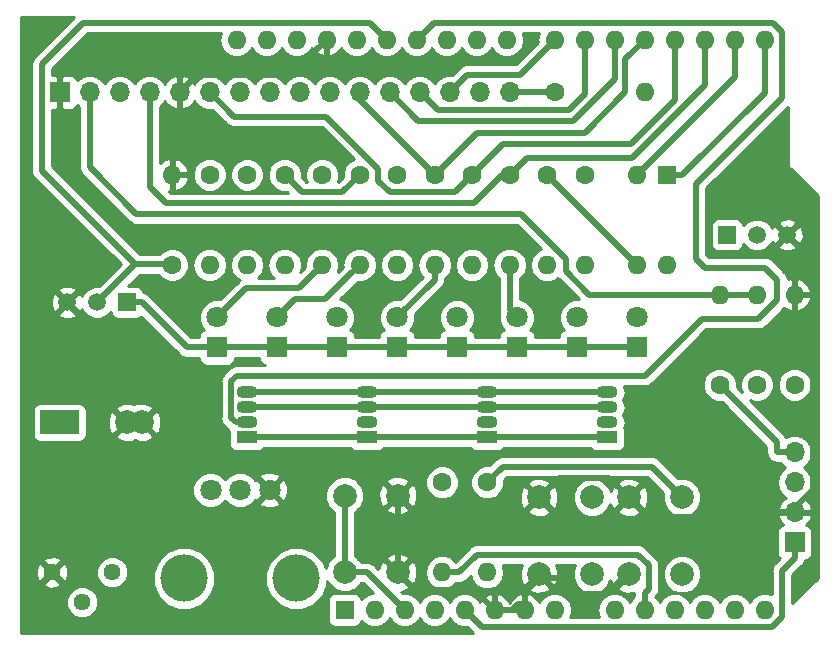
<source format=gtl>
G04 #@! TF.GenerationSoftware,KiCad,Pcbnew,5.0.2-bee76a0~70~ubuntu14.04.1*
G04 #@! TF.CreationDate,2019-04-02T14:46:03+02:00*
G04 #@! TF.ProjectId,shield_a,73686965-6c64-45f6-912e-6b696361645f,1.1*
G04 #@! TF.SameCoordinates,Original*
G04 #@! TF.FileFunction,Copper,L1,Top*
G04 #@! TF.FilePolarity,Positive*
%FSLAX46Y46*%
G04 Gerber Fmt 4.6, Leading zero omitted, Abs format (unit mm)*
G04 Created by KiCad (PCBNEW 5.0.2-bee76a0~70~ubuntu14.04.1) date Uto 02 Tra 2019 14:46:03*
%MOMM*%
%LPD*%
G01*
G04 APERTURE LIST*
G04 #@! TA.AperFunction,ComponentPad*
%ADD10R,1.700000X1.700000*%
G04 #@! TD*
G04 #@! TA.AperFunction,ComponentPad*
%ADD11O,1.700000X1.700000*%
G04 #@! TD*
G04 #@! TA.AperFunction,ComponentPad*
%ADD12R,2.000000X2.000000*%
G04 #@! TD*
G04 #@! TA.AperFunction,ComponentPad*
%ADD13C,2.000000*%
G04 #@! TD*
G04 #@! TA.AperFunction,ComponentPad*
%ADD14O,1.600000X1.600000*%
G04 #@! TD*
G04 #@! TA.AperFunction,ComponentPad*
%ADD15R,1.600000X1.600000*%
G04 #@! TD*
G04 #@! TA.AperFunction,ComponentPad*
%ADD16C,1.440000*%
G04 #@! TD*
G04 #@! TA.AperFunction,ComponentPad*
%ADD17C,1.800000*%
G04 #@! TD*
G04 #@! TA.AperFunction,WasherPad*
%ADD18C,4.000000*%
G04 #@! TD*
G04 #@! TA.AperFunction,ComponentPad*
%ADD19C,1.600000*%
G04 #@! TD*
G04 #@! TA.AperFunction,ComponentPad*
%ADD20R,1.800000X1.800000*%
G04 #@! TD*
G04 #@! TA.AperFunction,ComponentPad*
%ADD21C,1.500000*%
G04 #@! TD*
G04 #@! TA.AperFunction,ComponentPad*
%ADD22R,1.500000X1.500000*%
G04 #@! TD*
G04 #@! TA.AperFunction,ComponentPad*
%ADD23R,1.800000X1.070000*%
G04 #@! TD*
G04 #@! TA.AperFunction,ComponentPad*
%ADD24O,1.800000X1.070000*%
G04 #@! TD*
G04 #@! TA.AperFunction,Conductor*
%ADD25C,0.500000*%
G04 #@! TD*
G04 #@! TA.AperFunction,Conductor*
%ADD26C,0.254000*%
G04 #@! TD*
G04 APERTURE END LIST*
D10*
G04 #@! TO.P,DS1,1*
G04 #@! TO.N,GND*
X111760000Y-70485000D03*
D11*
G04 #@! TO.P,DS1,2*
G04 #@! TO.N,+5V*
X114300000Y-70485000D03*
G04 #@! TO.P,DS1,3*
G04 #@! TO.N,Net-(DS1-Pad3)*
X116840000Y-70485000D03*
G04 #@! TO.P,DS1,4*
G04 #@! TO.N,D2*
X119380000Y-70485000D03*
G04 #@! TO.P,DS1,5*
G04 #@! TO.N,GND*
X121920000Y-70485000D03*
G04 #@! TO.P,DS1,6*
G04 #@! TO.N,D3*
X124460000Y-70485000D03*
G04 #@! TO.P,DS1,7*
G04 #@! TO.N,Net-(DS1-Pad7)*
X127000000Y-70485000D03*
G04 #@! TO.P,DS1,8*
G04 #@! TO.N,Net-(DS1-Pad8)*
X129540000Y-70485000D03*
G04 #@! TO.P,DS1,9*
G04 #@! TO.N,Net-(DS1-Pad9)*
X132080000Y-70485000D03*
G04 #@! TO.P,DS1,10*
G04 #@! TO.N,Net-(DS1-Pad10)*
X134620000Y-70485000D03*
G04 #@! TO.P,DS1,11*
G04 #@! TO.N,D4*
X137160000Y-70485000D03*
G04 #@! TO.P,DS1,12*
G04 #@! TO.N,D5*
X139700000Y-70485000D03*
G04 #@! TO.P,DS1,13*
G04 #@! TO.N,D6*
X142240000Y-70485000D03*
G04 #@! TO.P,DS1,14*
G04 #@! TO.N,D7*
X144780000Y-70485000D03*
G04 #@! TO.P,DS1,15*
G04 #@! TO.N,+5V*
X147320000Y-70485000D03*
G04 #@! TO.P,DS1,16*
G04 #@! TO.N,Net-(DS1-Pad16)*
X149860000Y-70485000D03*
G04 #@! TD*
D12*
G04 #@! TO.P,BZ1,1*
G04 #@! TO.N,Net-(A1-Pad28)*
X111125000Y-98425000D03*
D13*
G04 #@! TO.P,BZ1,2*
G04 #@! TO.N,GND*
X118725000Y-98425000D03*
D12*
G04 #@! TO.P,BZ1,1*
G04 #@! TO.N,Net-(A1-Pad28)*
X112395000Y-98425000D03*
D13*
G04 #@! TO.P,BZ1,2*
G04 #@! TO.N,GND*
X117475000Y-98425000D03*
G04 #@! TD*
D14*
G04 #@! TO.P,A1,32*
G04 #@! TO.N,Net-(A1-Pad32)*
X126750000Y-66040000D03*
G04 #@! TO.P,A1,31*
G04 #@! TO.N,Net-(A1-Pad31)*
X129290000Y-66040000D03*
D15*
G04 #@! TO.P,A1,1*
G04 #@! TO.N,Net-(A1-Pad1)*
X135890000Y-114300000D03*
D14*
G04 #@! TO.P,A1,17*
G04 #@! TO.N,D2*
X166370000Y-66040000D03*
G04 #@! TO.P,A1,2*
G04 #@! TO.N,Net-(A1-Pad2)*
X138430000Y-114300000D03*
G04 #@! TO.P,A1,18*
G04 #@! TO.N,D3*
X163830000Y-66040000D03*
G04 #@! TO.P,A1,3*
G04 #@! TO.N,Net-(A1-Pad3)*
X140970000Y-114300000D03*
G04 #@! TO.P,A1,19*
G04 #@! TO.N,D4*
X161290000Y-66040000D03*
G04 #@! TO.P,A1,4*
G04 #@! TO.N,Net-(A1-Pad4)*
X143510000Y-114300000D03*
G04 #@! TO.P,A1,20*
G04 #@! TO.N,D5*
X158750000Y-66040000D03*
G04 #@! TO.P,A1,5*
G04 #@! TO.N,+5V*
X146050000Y-114300000D03*
G04 #@! TO.P,A1,21*
G04 #@! TO.N,D6*
X156210000Y-66040000D03*
G04 #@! TO.P,A1,6*
G04 #@! TO.N,GND*
X148590000Y-114300000D03*
G04 #@! TO.P,A1,22*
G04 #@! TO.N,D7*
X153670000Y-66040000D03*
G04 #@! TO.P,A1,7*
G04 #@! TO.N,GND*
X151130000Y-114300000D03*
G04 #@! TO.P,A1,23*
G04 #@! TO.N,D8*
X149610000Y-66040000D03*
G04 #@! TO.P,A1,8*
G04 #@! TO.N,Net-(A1-Pad8)*
X153670000Y-114300000D03*
G04 #@! TO.P,A1,24*
G04 #@! TO.N,D9*
X147070000Y-66040000D03*
G04 #@! TO.P,A1,9*
G04 #@! TO.N,Net-(A1-Pad9)*
X158750000Y-114300000D03*
G04 #@! TO.P,A1,25*
G04 #@! TO.N,D10*
X144530000Y-66040000D03*
G04 #@! TO.P,A1,10*
G04 #@! TO.N,Net-(A1-Pad10)*
X161290000Y-114300000D03*
G04 #@! TO.P,A1,26*
G04 #@! TO.N,D11*
X141990000Y-66040000D03*
G04 #@! TO.P,A1,11*
G04 #@! TO.N,Net-(A1-Pad11)*
X163830000Y-114300000D03*
G04 #@! TO.P,A1,27*
G04 #@! TO.N,Net-(A1-Pad27)*
X139450000Y-66040000D03*
G04 #@! TO.P,A1,12*
G04 #@! TO.N,Net-(A1-Pad12)*
X166370000Y-114300000D03*
G04 #@! TO.P,A1,28*
G04 #@! TO.N,Net-(A1-Pad28)*
X136910000Y-66040000D03*
G04 #@! TO.P,A1,13*
G04 #@! TO.N,SDA*
X168910000Y-114300000D03*
G04 #@! TO.P,A1,29*
G04 #@! TO.N,GND*
X134370000Y-66040000D03*
G04 #@! TO.P,A1,14*
G04 #@! TO.N,SCL*
X171450000Y-114300000D03*
G04 #@! TO.P,A1,30*
G04 #@! TO.N,Net-(A1-Pad30)*
X131830000Y-66040000D03*
G04 #@! TO.P,A1,15*
G04 #@! TO.N,Net-(A1-Pad15)*
X171450000Y-66040000D03*
G04 #@! TO.P,A1,16*
G04 #@! TO.N,Net-(A1-Pad16)*
X168910000Y-66040000D03*
G04 #@! TD*
D13*
G04 #@! TO.P,SW1,2*
G04 #@! TO.N,GND*
X152345000Y-104775000D03*
G04 #@! TO.P,SW1,1*
G04 #@! TO.N,A1*
X156845000Y-104775000D03*
G04 #@! TO.P,SW1,2*
G04 #@! TO.N,GND*
X152345000Y-111275000D03*
G04 #@! TO.P,SW1,1*
G04 #@! TO.N,A1*
X156845000Y-111275000D03*
G04 #@! TD*
D16*
G04 #@! TO.P,RV2,3*
G04 #@! TO.N,+5V*
X116205000Y-111125000D03*
G04 #@! TO.P,RV2,2*
G04 #@! TO.N,Net-(DS1-Pad3)*
X113665000Y-113665000D03*
G04 #@! TO.P,RV2,1*
G04 #@! TO.N,GND*
X111125000Y-111125000D03*
G04 #@! TD*
D17*
G04 #@! TO.P,RV1,3*
G04 #@! TO.N,+5V*
X124540000Y-104140000D03*
G04 #@! TO.P,RV1,2*
G04 #@! TO.N,Net-(A1-Pad9)*
X127040000Y-104140000D03*
G04 #@! TO.P,RV1,1*
G04 #@! TO.N,GND*
X129540000Y-104140000D03*
D18*
G04 #@! TO.P,RV1,*
G04 #@! TO.N,*
X122290000Y-111640000D03*
X131790000Y-111640000D03*
G04 #@! TD*
D14*
G04 #@! TO.P,R4,2*
G04 #@! TO.N,Net-(D3-Pad2)*
X146685000Y-85090000D03*
D19*
G04 #@! TO.P,R4,1*
G04 #@! TO.N,D3*
X146685000Y-77470000D03*
G04 #@! TD*
D14*
G04 #@! TO.P,R13,2*
G04 #@! TO.N,Net-(D10-Pad3)*
X127635000Y-85090000D03*
D19*
G04 #@! TO.P,R13,1*
G04 #@! TO.N,D7*
X127635000Y-77470000D03*
G04 #@! TD*
D20*
G04 #@! TO.P,D1,1*
G04 #@! TO.N,Net-(D0-Pad1)*
X155575000Y-92075000D03*
D17*
G04 #@! TO.P,D1,2*
G04 #@! TO.N,Net-(D1-Pad2)*
X155575000Y-89535000D03*
G04 #@! TD*
D14*
G04 #@! TO.P,R10,2*
G04 #@! TO.N,Net-(A1-Pad11)*
X147955000Y-111125000D03*
D19*
G04 #@! TO.P,R10,1*
G04 #@! TO.N,A2*
X147955000Y-103505000D03*
G04 #@! TD*
G04 #@! TO.P,R12,1*
G04 #@! TO.N,D6*
X130810000Y-77470000D03*
D14*
G04 #@! TO.P,R12,2*
G04 #@! TO.N,Net-(D10-Pad4)*
X130810000Y-85090000D03*
G04 #@! TD*
D21*
G04 #@! TO.P,Q1,2*
G04 #@! TO.N,Net-(A1-Pad27)*
X114935000Y-88265000D03*
G04 #@! TO.P,Q1,3*
G04 #@! TO.N,GND*
X112395000Y-88265000D03*
D22*
G04 #@! TO.P,Q1,1*
G04 #@! TO.N,Net-(D0-Pad1)*
X117475000Y-88265000D03*
G04 #@! TD*
D19*
G04 #@! TO.P,R1,1*
G04 #@! TO.N,Net-(R1-Pad1)*
X156210000Y-77470000D03*
D14*
G04 #@! TO.P,R1,2*
G04 #@! TO.N,Net-(D0-Pad2)*
X156210000Y-85090000D03*
G04 #@! TD*
D17*
G04 #@! TO.P,D4,2*
G04 #@! TO.N,Net-(D4-Pad2)*
X140335000Y-89535000D03*
D20*
G04 #@! TO.P,D4,1*
G04 #@! TO.N,Net-(D0-Pad1)*
X140335000Y-92075000D03*
G04 #@! TD*
D17*
G04 #@! TO.P,D0,2*
G04 #@! TO.N,Net-(D0-Pad2)*
X160655000Y-89535000D03*
D20*
G04 #@! TO.P,D0,1*
G04 #@! TO.N,Net-(D0-Pad1)*
X160655000Y-92075000D03*
G04 #@! TD*
D19*
G04 #@! TO.P,R3,1*
G04 #@! TO.N,D2*
X149860000Y-77470000D03*
D14*
G04 #@! TO.P,R3,2*
G04 #@! TO.N,Net-(D2-Pad2)*
X149860000Y-85090000D03*
G04 #@! TD*
D20*
G04 #@! TO.P,D5,1*
G04 #@! TO.N,Net-(D0-Pad1)*
X135255000Y-92075000D03*
D17*
G04 #@! TO.P,D5,2*
G04 #@! TO.N,Net-(D5-Pad2)*
X135255000Y-89535000D03*
G04 #@! TD*
D20*
G04 #@! TO.P,D3,1*
G04 #@! TO.N,Net-(D0-Pad1)*
X145415000Y-92075000D03*
D17*
G04 #@! TO.P,D3,2*
G04 #@! TO.N,Net-(D3-Pad2)*
X145415000Y-89535000D03*
G04 #@! TD*
D20*
G04 #@! TO.P,D7,1*
G04 #@! TO.N,Net-(D0-Pad1)*
X125095000Y-92075000D03*
D17*
G04 #@! TO.P,D7,2*
G04 #@! TO.N,Net-(D7-Pad2)*
X125095000Y-89535000D03*
G04 #@! TD*
G04 #@! TO.P,D6,2*
G04 #@! TO.N,Net-(D6-Pad2)*
X130175000Y-89535000D03*
D20*
G04 #@! TO.P,D6,1*
G04 #@! TO.N,Net-(D0-Pad1)*
X130175000Y-92075000D03*
G04 #@! TD*
D14*
G04 #@! TO.P,R2,2*
G04 #@! TO.N,Net-(D1-Pad2)*
X153035000Y-85090000D03*
D19*
G04 #@! TO.P,R2,1*
G04 #@! TO.N,Net-(R2-Pad1)*
X153035000Y-77470000D03*
G04 #@! TD*
D17*
G04 #@! TO.P,D2,2*
G04 #@! TO.N,Net-(D2-Pad2)*
X150495000Y-89535000D03*
D20*
G04 #@! TO.P,D2,1*
G04 #@! TO.N,Net-(D0-Pad1)*
X150495000Y-92075000D03*
G04 #@! TD*
D19*
G04 #@! TO.P,R7,1*
G04 #@! TO.N,D6*
X137160000Y-77470000D03*
D14*
G04 #@! TO.P,R7,2*
G04 #@! TO.N,Net-(D6-Pad2)*
X137160000Y-85090000D03*
G04 #@! TD*
G04 #@! TO.P,R6,2*
G04 #@! TO.N,Net-(D5-Pad2)*
X140335000Y-85090000D03*
D19*
G04 #@! TO.P,R6,1*
G04 #@! TO.N,D5*
X140335000Y-77470000D03*
G04 #@! TD*
D10*
G04 #@! TO.P,J1,1*
G04 #@! TO.N,+5V*
X173990000Y-108585000D03*
D11*
G04 #@! TO.P,J1,2*
G04 #@! TO.N,GND*
X173990000Y-106045000D03*
G04 #@! TO.P,J1,3*
G04 #@! TO.N,SCL*
X173990000Y-103505000D03*
G04 #@! TO.P,J1,4*
G04 #@! TO.N,SDA*
X173990000Y-100965000D03*
G04 #@! TD*
D21*
G04 #@! TO.P,Q2,2*
G04 #@! TO.N,Net-(A1-Pad12)*
X170815000Y-82550000D03*
G04 #@! TO.P,Q2,3*
G04 #@! TO.N,GND*
X173355000Y-82550000D03*
D22*
G04 #@! TO.P,Q2,1*
G04 #@! TO.N,Net-(Q2-Pad1)*
X168275000Y-82550000D03*
G04 #@! TD*
D13*
G04 #@! TO.P,SW3,2*
G04 #@! TO.N,GND*
X140390000Y-111125000D03*
G04 #@! TO.P,SW3,1*
G04 #@! TO.N,Net-(A1-Pad3)*
X135890000Y-111125000D03*
G04 #@! TO.P,SW3,2*
G04 #@! TO.N,GND*
X140390000Y-104625000D03*
G04 #@! TO.P,SW3,1*
G04 #@! TO.N,Net-(A1-Pad3)*
X135890000Y-104625000D03*
G04 #@! TD*
D14*
G04 #@! TO.P,R15,2*
G04 #@! TO.N,GND*
X173990000Y-87630000D03*
D19*
G04 #@! TO.P,R15,1*
G04 #@! TO.N,Net-(A1-Pad12)*
X173990000Y-95250000D03*
G04 #@! TD*
G04 #@! TO.P,R18,1*
G04 #@! TO.N,SCL*
X170815000Y-95250000D03*
D14*
G04 #@! TO.P,R18,2*
G04 #@! TO.N,+5V*
X170815000Y-87630000D03*
G04 #@! TD*
G04 #@! TO.P,R8,2*
G04 #@! TO.N,Net-(D7-Pad2)*
X133985000Y-85090000D03*
D19*
G04 #@! TO.P,R8,1*
G04 #@! TO.N,D7*
X133985000Y-77470000D03*
G04 #@! TD*
D14*
G04 #@! TO.P,R17,2*
G04 #@! TO.N,+5V*
X167640000Y-87630000D03*
D19*
G04 #@! TO.P,R17,1*
G04 #@! TO.N,SDA*
X167640000Y-95250000D03*
G04 #@! TD*
G04 #@! TO.P,R9,1*
G04 #@! TO.N,A1*
X144145000Y-103505000D03*
D14*
G04 #@! TO.P,R9,2*
G04 #@! TO.N,Net-(A1-Pad10)*
X144145000Y-111125000D03*
G04 #@! TD*
D23*
G04 #@! TO.P,D9,1*
G04 #@! TO.N,Net-(D10-Pad1)*
X147955000Y-99695000D03*
D24*
G04 #@! TO.P,D9,2*
G04 #@! TO.N,D9*
X147955000Y-98425000D03*
G04 #@! TO.P,D9,3*
G04 #@! TO.N,Net-(D10-Pad3)*
X147955000Y-97155000D03*
G04 #@! TO.P,D9,4*
G04 #@! TO.N,Net-(D10-Pad4)*
X147955000Y-95885000D03*
G04 #@! TD*
D19*
G04 #@! TO.P,R16,1*
G04 #@! TO.N,Net-(DS1-Pad16)*
X153670000Y-70485000D03*
D14*
G04 #@! TO.P,R16,2*
G04 #@! TO.N,Net-(Q2-Pad1)*
X161290000Y-70485000D03*
G04 #@! TD*
D24*
G04 #@! TO.P,D10,4*
G04 #@! TO.N,Net-(D10-Pad4)*
X137795000Y-95885000D03*
G04 #@! TO.P,D10,3*
G04 #@! TO.N,Net-(D10-Pad3)*
X137795000Y-97155000D03*
G04 #@! TO.P,D10,2*
G04 #@! TO.N,D10*
X137795000Y-98425000D03*
D23*
G04 #@! TO.P,D10,1*
G04 #@! TO.N,Net-(D10-Pad1)*
X137795000Y-99695000D03*
G04 #@! TD*
D19*
G04 #@! TO.P,R11,1*
G04 #@! TO.N,D5*
X124460000Y-77470000D03*
D14*
G04 #@! TO.P,R11,2*
G04 #@! TO.N,Net-(D10-Pad1)*
X124460000Y-85090000D03*
G04 #@! TD*
D19*
G04 #@! TO.P,R5,1*
G04 #@! TO.N,D4*
X143510000Y-77470000D03*
D14*
G04 #@! TO.P,R5,2*
G04 #@! TO.N,Net-(D4-Pad2)*
X143510000Y-85090000D03*
G04 #@! TD*
D19*
G04 #@! TO.P,R14,1*
G04 #@! TO.N,Net-(A1-Pad27)*
X121285000Y-85090000D03*
D14*
G04 #@! TO.P,R14,2*
G04 #@! TO.N,GND*
X121285000Y-77470000D03*
G04 #@! TD*
D15*
G04 #@! TO.P,SW4,1*
G04 #@! TO.N,Net-(A1-Pad15)*
X163195000Y-77470000D03*
D14*
G04 #@! TO.P,SW4,3*
G04 #@! TO.N,Net-(R2-Pad1)*
X160655000Y-85090000D03*
G04 #@! TO.P,SW4,2*
G04 #@! TO.N,Net-(A1-Pad16)*
X160655000Y-77470000D03*
G04 #@! TO.P,SW4,4*
G04 #@! TO.N,Net-(R1-Pad1)*
X163195000Y-85090000D03*
G04 #@! TD*
D24*
G04 #@! TO.P,D8,4*
G04 #@! TO.N,Net-(D10-Pad4)*
X158115000Y-95885000D03*
G04 #@! TO.P,D8,3*
G04 #@! TO.N,Net-(D10-Pad3)*
X158115000Y-97155000D03*
G04 #@! TO.P,D8,2*
G04 #@! TO.N,D8*
X158115000Y-98425000D03*
D23*
G04 #@! TO.P,D8,1*
G04 #@! TO.N,Net-(D10-Pad1)*
X158115000Y-99695000D03*
G04 #@! TD*
G04 #@! TO.P,D11,1*
G04 #@! TO.N,Net-(D10-Pad1)*
X127635000Y-99695000D03*
D24*
G04 #@! TO.P,D11,2*
G04 #@! TO.N,D11*
X127635000Y-98425000D03*
G04 #@! TO.P,D11,3*
G04 #@! TO.N,Net-(D10-Pad3)*
X127635000Y-97155000D03*
G04 #@! TO.P,D11,4*
G04 #@! TO.N,Net-(D10-Pad4)*
X127635000Y-95885000D03*
G04 #@! TD*
D13*
G04 #@! TO.P,SW2,1*
G04 #@! TO.N,A2*
X164465000Y-111275000D03*
G04 #@! TO.P,SW2,2*
G04 #@! TO.N,GND*
X159965000Y-111275000D03*
G04 #@! TO.P,SW2,1*
G04 #@! TO.N,A2*
X164465000Y-104775000D03*
G04 #@! TO.P,SW2,2*
G04 #@! TO.N,GND*
X159965000Y-104775000D03*
G04 #@! TD*
D25*
G04 #@! TO.N,GND*
X173990000Y-87630000D02*
X173990000Y-89080300D01*
X173465000Y-106045000D02*
X173571900Y-106045000D01*
X173571900Y-106045000D02*
X175509000Y-104107900D01*
X175509000Y-104107900D02*
X175509000Y-90599300D01*
X175509000Y-90599300D02*
X173990000Y-89080300D01*
X173465000Y-106045000D02*
X172489700Y-106045000D01*
X173990000Y-106045000D02*
X173465000Y-106045000D01*
X159965000Y-104775000D02*
X161624800Y-106434800D01*
X161624800Y-106434800D02*
X172099900Y-106434800D01*
X172099900Y-106434800D02*
X172489700Y-106045000D01*
X152345000Y-104775000D02*
X154025000Y-103095000D01*
X154025000Y-103095000D02*
X158285000Y-103095000D01*
X158285000Y-103095000D02*
X159965000Y-104775000D01*
X148590000Y-114300000D02*
X150040300Y-114300000D01*
X151130000Y-113799900D02*
X150540400Y-113799900D01*
X150540400Y-113799900D02*
X150040300Y-114300000D01*
X151130000Y-113799900D02*
X151130000Y-112849700D01*
X151130000Y-114300000D02*
X151130000Y-113799900D01*
X152345000Y-111634700D02*
X151130000Y-112849700D01*
X152345000Y-111275000D02*
X152345000Y-111634700D01*
X159965000Y-111275000D02*
X159723800Y-111275000D01*
X159723800Y-111275000D02*
X158068300Y-112930500D01*
X158068300Y-112930500D02*
X155275500Y-112930500D01*
X155275500Y-112930500D02*
X153979700Y-111634700D01*
X153979700Y-111634700D02*
X152345000Y-111634700D01*
X140390000Y-104625000D02*
X140390000Y-111125000D01*
X117475000Y-98425000D02*
X118725000Y-98425000D01*
X140390000Y-111125000D02*
X141840400Y-112575400D01*
X141840400Y-112575400D02*
X146865400Y-112575400D01*
X146865400Y-112575400D02*
X148590000Y-114300000D01*
X133570001Y-66839999D02*
X134370000Y-66040000D01*
X131425001Y-68984999D02*
X133570001Y-66839999D01*
X123420001Y-68984999D02*
X131425001Y-68984999D01*
X121920000Y-70485000D02*
X123420001Y-68984999D01*
G04 #@! TO.N,Net-(D7-Pad2)*
X131990010Y-87084990D02*
X133185001Y-85889999D01*
X133185001Y-85889999D02*
X133985000Y-85090000D01*
X127545010Y-87084990D02*
X131990010Y-87084990D01*
X125095000Y-89535000D02*
X127545010Y-87084990D01*
G04 #@! TO.N,Net-(D6-Pad2)*
X136360001Y-85889999D02*
X137160000Y-85090000D01*
X134265001Y-87984999D02*
X136360001Y-85889999D01*
X131725001Y-87984999D02*
X134265001Y-87984999D01*
X130175000Y-89535000D02*
X131725001Y-87984999D01*
G04 #@! TO.N,Net-(D4-Pad2)*
X143510000Y-86360000D02*
X143510000Y-85090000D01*
X140335000Y-89535000D02*
X143510000Y-86360000D01*
G04 #@! TO.N,Net-(D2-Pad2)*
X149860000Y-88900000D02*
X150495000Y-89535000D01*
X149860000Y-85090000D02*
X149860000Y-88900000D01*
G04 #@! TO.N,Net-(R2-Pad1)*
X160655000Y-85090000D02*
X153035000Y-77470000D01*
G04 #@! TO.N,+5V*
X166189700Y-87630000D02*
X156619800Y-87630000D01*
X156619800Y-87630000D02*
X154622500Y-85632700D01*
X154622500Y-85632700D02*
X154622500Y-84584200D01*
X154622500Y-84584200D02*
X150838900Y-80800600D01*
X150838900Y-80800600D02*
X148447200Y-80800600D01*
X167640000Y-87630000D02*
X166189700Y-87630000D01*
X170815000Y-87630000D02*
X167640000Y-87630000D01*
X147511800Y-115761800D02*
X146050000Y-114300000D01*
X172098100Y-115761800D02*
X147511800Y-115761800D01*
X172924900Y-114935000D02*
X172098100Y-115761800D01*
X172924900Y-111000100D02*
X172924900Y-114935000D01*
X173990000Y-109935000D02*
X172924900Y-111000100D01*
X173990000Y-108585000D02*
X173990000Y-109935000D01*
X118265600Y-80800600D02*
X114300000Y-76835000D01*
X114300000Y-76835000D02*
X114300000Y-70485000D01*
X148447200Y-80800600D02*
X118265600Y-80800600D01*
G04 #@! TO.N,Net-(A1-Pad3)*
X135890000Y-111125000D02*
X137795000Y-111125000D01*
X137795000Y-111125000D02*
X140970000Y-114300000D01*
X135890000Y-104625000D02*
X135890000Y-111125000D01*
G04 #@! TO.N,Net-(A1-Pad28)*
X112395000Y-98425000D02*
X111125000Y-98425000D01*
G04 #@! TO.N,SDA*
X173990000Y-100965000D02*
X172489700Y-100965000D01*
X172489700Y-100965000D02*
X172489700Y-100099700D01*
X172489700Y-100099700D02*
X167640000Y-95250000D01*
G04 #@! TO.N,Net-(D10-Pad4)*
X147955000Y-95885000D02*
X146555000Y-95885000D01*
X137795000Y-95885000D02*
X139195000Y-95885000D01*
X139195000Y-95885000D02*
X146555000Y-95885000D01*
X158115000Y-95885000D02*
X147955000Y-95885000D01*
X127635000Y-95885000D02*
X137795000Y-95885000D01*
G04 #@! TO.N,Net-(D10-Pad3)*
X158115000Y-97155000D02*
X147955000Y-97155000D01*
X137795000Y-97155000D02*
X147955000Y-97155000D01*
X127635000Y-97155000D02*
X137795000Y-97155000D01*
G04 #@! TO.N,D2*
X158452300Y-76019600D02*
X151310400Y-76019600D01*
X151310400Y-76019600D02*
X149860000Y-77470000D01*
X120780700Y-79879300D02*
X119380000Y-78478600D01*
X146826200Y-79879300D02*
X120780700Y-79879300D01*
X119380000Y-78478600D02*
X119380000Y-70485000D01*
X149235500Y-77470000D02*
X146826200Y-79879300D01*
X149860000Y-77470000D02*
X149235500Y-77470000D01*
X158452300Y-76019600D02*
X160020000Y-76019600D01*
X166370000Y-69850000D02*
X166370000Y-66040000D01*
X160200400Y-76019600D02*
X166370000Y-69850000D01*
X158452300Y-76019600D02*
X160200400Y-76019600D01*
G04 #@! TO.N,D11*
X126284990Y-98049992D02*
X126659998Y-98425000D01*
X126659998Y-98425000D02*
X127635000Y-98425000D01*
X126284990Y-94949010D02*
X126284990Y-98049992D01*
X126746000Y-94488000D02*
X126284990Y-94949010D01*
X161290000Y-94488000D02*
X126746000Y-94488000D01*
X172539999Y-88051003D02*
X170929002Y-89662000D01*
X143440001Y-64589999D02*
X172146001Y-64589999D01*
X172146001Y-64589999D02*
X172900001Y-65343999D01*
X141990000Y-66040000D02*
X143440001Y-64589999D01*
X172900001Y-65343999D02*
X172900001Y-70939999D01*
X165608000Y-84582000D02*
X166370000Y-85344000D01*
X172900001Y-70939999D02*
X165608000Y-78232000D01*
X165608000Y-78232000D02*
X165608000Y-84582000D01*
X171523999Y-85344000D02*
X172539999Y-86360000D01*
X166370000Y-85344000D02*
X171523999Y-85344000D01*
X172539999Y-86360000D02*
X172539999Y-88051003D01*
X161290000Y-94488000D02*
X166116000Y-89662000D01*
X170929002Y-89662000D02*
X166116000Y-89662000D01*
G04 #@! TO.N,Net-(D10-Pad1)*
X147955000Y-99695000D02*
X137795000Y-99695000D01*
X158115000Y-99695000D02*
X147955000Y-99695000D01*
X127635000Y-99695000D02*
X137795000Y-99695000D01*
G04 #@! TO.N,D7*
X144780000Y-70485000D02*
X146289700Y-68975300D01*
X146289700Y-68975300D02*
X150734700Y-68975300D01*
X150734700Y-68975300D02*
X153670000Y-66040000D01*
G04 #@! TO.N,D6*
X156210000Y-66040000D02*
X156210000Y-67490300D01*
X142240000Y-70485000D02*
X143755700Y-72000700D01*
X143755700Y-72000700D02*
X154858700Y-72000700D01*
X154858700Y-72000700D02*
X156210000Y-70649400D01*
X156210000Y-70649400D02*
X156210000Y-67490300D01*
X137160000Y-77470000D02*
X135685400Y-78944600D01*
X135685400Y-78944600D02*
X132284600Y-78944600D01*
X132284600Y-78944600D02*
X130810000Y-77470000D01*
G04 #@! TO.N,D5*
X158750000Y-67171370D02*
X158750000Y-66040000D01*
X158750000Y-69382206D02*
X158750000Y-67171370D01*
X155231497Y-72900709D02*
X158750000Y-69382206D01*
X142115710Y-72900710D02*
X155231497Y-72900709D01*
X139700000Y-70485000D02*
X142115710Y-72900710D01*
G04 #@! TO.N,D4*
X137160000Y-71120000D02*
X137160000Y-70485000D01*
X143510000Y-77470000D02*
X137160000Y-71120000D01*
X159650009Y-67679991D02*
X161290000Y-66040000D01*
X159650009Y-70473991D02*
X159650009Y-67679991D01*
X147066000Y-73914000D02*
X156210000Y-73914000D01*
X156210000Y-73914000D02*
X159650009Y-70473991D01*
X143510000Y-77470000D02*
X147066000Y-73914000D01*
G04 #@! TO.N,Net-(A1-Pad15)*
X171450000Y-67171370D02*
X171450000Y-66040000D01*
X171450000Y-70515000D02*
X171450000Y-67171370D01*
X164495000Y-77470000D02*
X171450000Y-70515000D01*
X163195000Y-77470000D02*
X164495000Y-77470000D01*
G04 #@! TO.N,Net-(A1-Pad16)*
X168910000Y-69215000D02*
X168910000Y-66040000D01*
X160655000Y-77470000D02*
X168910000Y-69215000D01*
G04 #@! TO.N,A2*
X164465000Y-104775000D02*
X161884600Y-102194600D01*
X161884600Y-102194600D02*
X149265400Y-102194600D01*
X149265400Y-102194600D02*
X147955000Y-103505000D01*
G04 #@! TO.N,Net-(A1-Pad27)*
X118173700Y-85026300D02*
X121221300Y-85026300D01*
X121221300Y-85026300D02*
X121285000Y-85090000D01*
X114935000Y-88265000D02*
X118173700Y-85026300D01*
X137999999Y-64589999D02*
X138650001Y-65240001D01*
X138650001Y-65240001D02*
X139450000Y-66040000D01*
X113765201Y-64589999D02*
X137999999Y-64589999D01*
X110259600Y-68095600D02*
X113765201Y-64589999D01*
X110259600Y-77112200D02*
X110259600Y-68095600D01*
X118173700Y-85026300D02*
X110259600Y-77112200D01*
G04 #@! TO.N,D3*
X124460000Y-70485000D02*
X126508700Y-72533700D01*
X126508700Y-72533700D02*
X134318100Y-72533700D01*
X134318100Y-72533700D02*
X138747500Y-76963100D01*
X138747500Y-76963100D02*
X138747500Y-77948000D01*
X138747500Y-77948000D02*
X139721000Y-78921500D01*
X139721000Y-78921500D02*
X145233500Y-78921500D01*
X145233500Y-78921500D02*
X146685000Y-77470000D01*
X163830000Y-71117194D02*
X163830000Y-66040000D01*
X149340990Y-74814010D02*
X160133184Y-74814010D01*
X160133184Y-74814010D02*
X163830000Y-71117194D01*
X146685000Y-77470000D02*
X149340990Y-74814010D01*
G04 #@! TO.N,Net-(A1-Pad10)*
X161290000Y-114300000D02*
X161290000Y-112849700D01*
X144145000Y-111125000D02*
X145595300Y-111125000D01*
X145595300Y-111125000D02*
X147109000Y-109611300D01*
X147109000Y-109611300D02*
X160713000Y-109611300D01*
X160713000Y-109611300D02*
X161636900Y-110535200D01*
X161636900Y-110535200D02*
X161636900Y-112502800D01*
X161636900Y-112502800D02*
X161290000Y-112849700D01*
G04 #@! TO.N,Net-(DS1-Pad16)*
X149860000Y-70485000D02*
X153670000Y-70485000D01*
G04 #@! TO.N,Net-(D0-Pad1)*
X145415000Y-92075000D02*
X140335000Y-92075000D01*
X150495000Y-92075000D02*
X145415000Y-92075000D01*
X150495000Y-92075000D02*
X155575000Y-92075000D01*
X140335000Y-92075000D02*
X135255000Y-92075000D01*
X130175000Y-92075000D02*
X135255000Y-92075000D01*
X125095000Y-92075000D02*
X130175000Y-92075000D01*
X117475000Y-88265000D02*
X118725000Y-88265000D01*
X118725000Y-88265000D02*
X122535000Y-92075000D01*
X122535000Y-92075000D02*
X125095000Y-92075000D01*
X160655000Y-92075000D02*
X155575000Y-92075000D01*
G04 #@! TD*
D26*
G04 #@! TO.N,GND*
G36*
X109695445Y-67408177D02*
X109621552Y-67457551D01*
X109572178Y-67531444D01*
X109572176Y-67531446D01*
X109425948Y-67750291D01*
X109357263Y-68095600D01*
X109374601Y-68182765D01*
X109374600Y-77025039D01*
X109357263Y-77112200D01*
X109374600Y-77199361D01*
X109374600Y-77199364D01*
X109425948Y-77457509D01*
X109621551Y-77750249D01*
X109695447Y-77799625D01*
X116922121Y-85026300D01*
X115068422Y-86880000D01*
X114659506Y-86880000D01*
X114150460Y-87090853D01*
X113760853Y-87480460D01*
X113671603Y-87695930D01*
X113607460Y-87541077D01*
X113366517Y-87473088D01*
X112574605Y-88265000D01*
X113366517Y-89056912D01*
X113607460Y-88988923D01*
X113666745Y-88822342D01*
X113760853Y-89049540D01*
X114150460Y-89439147D01*
X114659506Y-89650000D01*
X115210494Y-89650000D01*
X115719540Y-89439147D01*
X116088531Y-89070156D01*
X116126843Y-89262765D01*
X116267191Y-89472809D01*
X116477235Y-89613157D01*
X116725000Y-89662440D01*
X118225000Y-89662440D01*
X118472765Y-89613157D01*
X118681863Y-89473441D01*
X121847577Y-92639156D01*
X121896951Y-92713049D01*
X121970844Y-92762423D01*
X121970845Y-92762424D01*
X122189690Y-92908652D01*
X122447835Y-92960000D01*
X122447839Y-92960000D01*
X122535000Y-92977337D01*
X122622161Y-92960000D01*
X123547560Y-92960000D01*
X123547560Y-92975000D01*
X123596843Y-93222765D01*
X123737191Y-93432809D01*
X123947235Y-93573157D01*
X124195000Y-93622440D01*
X125995000Y-93622440D01*
X126242765Y-93573157D01*
X126452809Y-93432809D01*
X126593157Y-93222765D01*
X126642440Y-92975000D01*
X126642440Y-92960000D01*
X128627560Y-92960000D01*
X128627560Y-92975000D01*
X128676843Y-93222765D01*
X128817191Y-93432809D01*
X129027235Y-93573157D01*
X129177267Y-93603000D01*
X126833161Y-93603000D01*
X126746000Y-93585663D01*
X126658839Y-93603000D01*
X126658835Y-93603000D01*
X126400690Y-93654348D01*
X126107951Y-93849951D01*
X126058576Y-93923846D01*
X125720837Y-94261585D01*
X125646941Y-94310961D01*
X125451338Y-94603701D01*
X125399990Y-94861846D01*
X125399990Y-94861849D01*
X125382653Y-94949010D01*
X125399990Y-95036171D01*
X125399991Y-97962827D01*
X125382653Y-98049992D01*
X125451338Y-98395301D01*
X125597566Y-98614146D01*
X125597568Y-98614148D01*
X125646942Y-98688041D01*
X125720835Y-98737415D01*
X125972573Y-98989153D01*
X126021949Y-99063049D01*
X126096885Y-99113120D01*
X126087560Y-99160000D01*
X126087560Y-100230000D01*
X126136843Y-100477765D01*
X126277191Y-100687809D01*
X126487235Y-100828157D01*
X126735000Y-100877440D01*
X128535000Y-100877440D01*
X128782765Y-100828157D01*
X128992809Y-100687809D01*
X129064845Y-100580000D01*
X136365155Y-100580000D01*
X136437191Y-100687809D01*
X136647235Y-100828157D01*
X136895000Y-100877440D01*
X138695000Y-100877440D01*
X138942765Y-100828157D01*
X139152809Y-100687809D01*
X139224845Y-100580000D01*
X146525155Y-100580000D01*
X146597191Y-100687809D01*
X146807235Y-100828157D01*
X147055000Y-100877440D01*
X148855000Y-100877440D01*
X149102765Y-100828157D01*
X149312809Y-100687809D01*
X149384845Y-100580000D01*
X156685155Y-100580000D01*
X156757191Y-100687809D01*
X156967235Y-100828157D01*
X157215000Y-100877440D01*
X159015000Y-100877440D01*
X159262765Y-100828157D01*
X159472809Y-100687809D01*
X159613157Y-100477765D01*
X159662440Y-100230000D01*
X159662440Y-99160000D01*
X159613157Y-98912235D01*
X159584527Y-98869387D01*
X159672921Y-98425000D01*
X159582115Y-97968489D01*
X159462853Y-97790000D01*
X159582115Y-97611511D01*
X159672921Y-97155000D01*
X159582115Y-96698489D01*
X159462853Y-96520000D01*
X159582115Y-96341511D01*
X159672921Y-95885000D01*
X159582115Y-95428489D01*
X159545039Y-95373000D01*
X161202839Y-95373000D01*
X161290000Y-95390337D01*
X161377161Y-95373000D01*
X161377165Y-95373000D01*
X161635310Y-95321652D01*
X161928049Y-95126049D01*
X161977425Y-95052153D01*
X162065017Y-94964561D01*
X166205000Y-94964561D01*
X166205000Y-95535439D01*
X166423466Y-96062862D01*
X166827138Y-96466534D01*
X167354561Y-96685000D01*
X167823422Y-96685000D01*
X171604701Y-100466279D01*
X171604700Y-100877835D01*
X171587362Y-100965000D01*
X171656048Y-101310310D01*
X171812475Y-101544418D01*
X171851651Y-101603049D01*
X172144390Y-101798652D01*
X172489700Y-101867338D01*
X172576864Y-101850000D01*
X172795344Y-101850000D01*
X172919375Y-102035625D01*
X173217761Y-102235000D01*
X172919375Y-102434375D01*
X172591161Y-102925582D01*
X172475908Y-103505000D01*
X172591161Y-104084418D01*
X172919375Y-104575625D01*
X173238478Y-104788843D01*
X173108642Y-104849817D01*
X172718355Y-105278076D01*
X172548524Y-105688110D01*
X172669845Y-105918000D01*
X173863000Y-105918000D01*
X173863000Y-105898000D01*
X174117000Y-105898000D01*
X174117000Y-105918000D01*
X175310155Y-105918000D01*
X175431476Y-105688110D01*
X175261645Y-105278076D01*
X174871358Y-104849817D01*
X174741522Y-104788843D01*
X175060625Y-104575625D01*
X175388839Y-104084418D01*
X175504092Y-103505000D01*
X175388839Y-102925582D01*
X175060625Y-102434375D01*
X174762239Y-102235000D01*
X175060625Y-102035625D01*
X175388839Y-101544418D01*
X175504092Y-100965000D01*
X175388839Y-100385582D01*
X175060625Y-99894375D01*
X174569418Y-99566161D01*
X174136256Y-99480000D01*
X173843744Y-99480000D01*
X173410582Y-99566161D01*
X173263326Y-99664555D01*
X173177124Y-99535545D01*
X173177123Y-99535544D01*
X173127749Y-99461651D01*
X173053856Y-99412277D01*
X170183048Y-96541469D01*
X170529561Y-96685000D01*
X171100439Y-96685000D01*
X171627862Y-96466534D01*
X172031534Y-96062862D01*
X172250000Y-95535439D01*
X172250000Y-94964561D01*
X172555000Y-94964561D01*
X172555000Y-95535439D01*
X172773466Y-96062862D01*
X173177138Y-96466534D01*
X173704561Y-96685000D01*
X174275439Y-96685000D01*
X174802862Y-96466534D01*
X175206534Y-96062862D01*
X175425000Y-95535439D01*
X175425000Y-94964561D01*
X175206534Y-94437138D01*
X174802862Y-94033466D01*
X174275439Y-93815000D01*
X173704561Y-93815000D01*
X173177138Y-94033466D01*
X172773466Y-94437138D01*
X172555000Y-94964561D01*
X172250000Y-94964561D01*
X172031534Y-94437138D01*
X171627862Y-94033466D01*
X171100439Y-93815000D01*
X170529561Y-93815000D01*
X170002138Y-94033466D01*
X169598466Y-94437138D01*
X169380000Y-94964561D01*
X169380000Y-95535439D01*
X169523531Y-95881952D01*
X169075000Y-95433422D01*
X169075000Y-94964561D01*
X168856534Y-94437138D01*
X168452862Y-94033466D01*
X167925439Y-93815000D01*
X167354561Y-93815000D01*
X166827138Y-94033466D01*
X166423466Y-94437138D01*
X166205000Y-94964561D01*
X162065017Y-94964561D01*
X166482579Y-90547000D01*
X170841841Y-90547000D01*
X170929002Y-90564337D01*
X171016163Y-90547000D01*
X171016167Y-90547000D01*
X171274312Y-90495652D01*
X171567051Y-90300049D01*
X171616427Y-90226153D01*
X173104155Y-88738426D01*
X173111675Y-88733401D01*
X173252577Y-88861041D01*
X173640961Y-89021904D01*
X173863000Y-88899915D01*
X173863000Y-87757000D01*
X174117000Y-87757000D01*
X174117000Y-88899915D01*
X174339039Y-89021904D01*
X174727423Y-88861041D01*
X175142389Y-88485134D01*
X175381914Y-87979041D01*
X175260629Y-87757000D01*
X174117000Y-87757000D01*
X173863000Y-87757000D01*
X173843000Y-87757000D01*
X173843000Y-87503000D01*
X173863000Y-87503000D01*
X173863000Y-86360085D01*
X174117000Y-86360085D01*
X174117000Y-87503000D01*
X175260629Y-87503000D01*
X175381914Y-87280959D01*
X175142389Y-86774866D01*
X174727423Y-86398959D01*
X174339039Y-86238096D01*
X174117000Y-86360085D01*
X173863000Y-86360085D01*
X173640961Y-86238096D01*
X173435052Y-86323380D01*
X173424999Y-86272839D01*
X173424999Y-86272835D01*
X173373651Y-86014690D01*
X173298930Y-85902862D01*
X173227423Y-85795845D01*
X173227422Y-85795844D01*
X173178048Y-85721951D01*
X173104155Y-85672577D01*
X172211424Y-84779847D01*
X172162048Y-84705951D01*
X171869309Y-84510348D01*
X171611164Y-84459000D01*
X171611160Y-84459000D01*
X171523999Y-84441663D01*
X171436838Y-84459000D01*
X166736579Y-84459000D01*
X166493000Y-84215422D01*
X166493000Y-81800000D01*
X166877560Y-81800000D01*
X166877560Y-83300000D01*
X166926843Y-83547765D01*
X167067191Y-83757809D01*
X167277235Y-83898157D01*
X167525000Y-83947440D01*
X169025000Y-83947440D01*
X169272765Y-83898157D01*
X169482809Y-83757809D01*
X169623157Y-83547765D01*
X169661469Y-83355156D01*
X170030460Y-83724147D01*
X170539506Y-83935000D01*
X171090494Y-83935000D01*
X171599540Y-83724147D01*
X171802170Y-83521517D01*
X172563088Y-83521517D01*
X172631077Y-83762460D01*
X173150171Y-83947201D01*
X173700448Y-83919230D01*
X174078923Y-83762460D01*
X174146912Y-83521517D01*
X173355000Y-82729605D01*
X172563088Y-83521517D01*
X171802170Y-83521517D01*
X171989147Y-83334540D01*
X172078397Y-83119070D01*
X172142540Y-83273923D01*
X172383483Y-83341912D01*
X173175395Y-82550000D01*
X173534605Y-82550000D01*
X174326517Y-83341912D01*
X174567460Y-83273923D01*
X174752201Y-82754829D01*
X174724230Y-82204552D01*
X174567460Y-81826077D01*
X174326517Y-81758088D01*
X173534605Y-82550000D01*
X173175395Y-82550000D01*
X172383483Y-81758088D01*
X172142540Y-81826077D01*
X172083255Y-81992658D01*
X171989147Y-81765460D01*
X171802170Y-81578483D01*
X172563088Y-81578483D01*
X173355000Y-82370395D01*
X174146912Y-81578483D01*
X174078923Y-81337540D01*
X173559829Y-81152799D01*
X173009552Y-81180770D01*
X172631077Y-81337540D01*
X172563088Y-81578483D01*
X171802170Y-81578483D01*
X171599540Y-81375853D01*
X171090494Y-81165000D01*
X170539506Y-81165000D01*
X170030460Y-81375853D01*
X169661469Y-81744844D01*
X169623157Y-81552235D01*
X169482809Y-81342191D01*
X169272765Y-81201843D01*
X169025000Y-81152560D01*
X167525000Y-81152560D01*
X167277235Y-81201843D01*
X167067191Y-81342191D01*
X166926843Y-81552235D01*
X166877560Y-81800000D01*
X166493000Y-81800000D01*
X166493000Y-78598578D01*
X173407000Y-71684579D01*
X173407000Y-76384076D01*
X173393091Y-76454000D01*
X173407000Y-76523924D01*
X173407000Y-76523925D01*
X173448195Y-76731027D01*
X173605119Y-76965880D01*
X173664402Y-77005492D01*
X175947001Y-79288092D01*
X175947000Y-111592909D01*
X173809900Y-113730010D01*
X173809900Y-111366678D01*
X174554156Y-110622423D01*
X174628049Y-110573049D01*
X174679332Y-110496300D01*
X174823652Y-110280310D01*
X174831670Y-110240000D01*
X174863959Y-110077674D01*
X175087765Y-110033157D01*
X175297809Y-109892809D01*
X175438157Y-109682765D01*
X175487440Y-109435000D01*
X175487440Y-107735000D01*
X175438157Y-107487235D01*
X175297809Y-107277191D01*
X175087765Y-107136843D01*
X174984292Y-107116261D01*
X175261645Y-106811924D01*
X175431476Y-106401890D01*
X175310155Y-106172000D01*
X174117000Y-106172000D01*
X174117000Y-106192000D01*
X173863000Y-106192000D01*
X173863000Y-106172000D01*
X172669845Y-106172000D01*
X172548524Y-106401890D01*
X172718355Y-106811924D01*
X172995708Y-107116261D01*
X172892235Y-107136843D01*
X172682191Y-107277191D01*
X172541843Y-107487235D01*
X172492560Y-107735000D01*
X172492560Y-109435000D01*
X172541843Y-109682765D01*
X172682191Y-109892809D01*
X172741190Y-109932231D01*
X172360747Y-110312675D01*
X172286851Y-110362051D01*
X172091248Y-110654791D01*
X172039900Y-110912936D01*
X172039900Y-110912939D01*
X172022563Y-111000100D01*
X172039900Y-111087261D01*
X172039901Y-112968300D01*
X172009909Y-112948260D01*
X171591333Y-112865000D01*
X171308667Y-112865000D01*
X170890091Y-112948260D01*
X170415423Y-113265423D01*
X170180000Y-113617758D01*
X169944577Y-113265423D01*
X169469909Y-112948260D01*
X169051333Y-112865000D01*
X168768667Y-112865000D01*
X168350091Y-112948260D01*
X167875423Y-113265423D01*
X167640000Y-113617758D01*
X167404577Y-113265423D01*
X166929909Y-112948260D01*
X166511333Y-112865000D01*
X166228667Y-112865000D01*
X165810091Y-112948260D01*
X165335423Y-113265423D01*
X165100000Y-113617758D01*
X164864577Y-113265423D01*
X164389909Y-112948260D01*
X164197563Y-112910000D01*
X164790222Y-112910000D01*
X165391153Y-112661086D01*
X165851086Y-112201153D01*
X166100000Y-111600222D01*
X166100000Y-110949778D01*
X165851086Y-110348847D01*
X165391153Y-109888914D01*
X164790222Y-109640000D01*
X164139778Y-109640000D01*
X163538847Y-109888914D01*
X163078914Y-110348847D01*
X162830000Y-110949778D01*
X162830000Y-111600222D01*
X163078914Y-112201153D01*
X163538847Y-112661086D01*
X164086392Y-112887887D01*
X163971333Y-112865000D01*
X163688667Y-112865000D01*
X163270091Y-112948260D01*
X162795423Y-113265423D01*
X162560000Y-113617758D01*
X162324577Y-113265423D01*
X162206544Y-113186556D01*
X162274949Y-113140849D01*
X162470552Y-112848110D01*
X162521900Y-112589965D01*
X162521900Y-112589961D01*
X162539237Y-112502800D01*
X162521900Y-112415639D01*
X162521900Y-110622361D01*
X162539237Y-110535200D01*
X162521900Y-110448039D01*
X162521900Y-110448035D01*
X162470552Y-110189890D01*
X162460754Y-110175226D01*
X162324324Y-109971045D01*
X162324323Y-109971044D01*
X162274949Y-109897151D01*
X162201056Y-109847777D01*
X161400425Y-109047147D01*
X161351049Y-108973251D01*
X161058310Y-108777648D01*
X160800165Y-108726300D01*
X160800161Y-108726300D01*
X160713000Y-108708963D01*
X160625839Y-108726300D01*
X147196159Y-108726300D01*
X147108999Y-108708963D01*
X147021840Y-108726300D01*
X147021835Y-108726300D01*
X146763690Y-108777648D01*
X146600586Y-108886631D01*
X146544845Y-108923876D01*
X146544844Y-108923877D01*
X146470951Y-108973251D01*
X146421577Y-109047144D01*
X145259174Y-110209548D01*
X145179577Y-110090423D01*
X144704909Y-109773260D01*
X144286333Y-109690000D01*
X144003667Y-109690000D01*
X143585091Y-109773260D01*
X143110423Y-110090423D01*
X142793260Y-110565091D01*
X142681887Y-111125000D01*
X142793260Y-111684909D01*
X143110423Y-112159577D01*
X143585091Y-112476740D01*
X144003667Y-112560000D01*
X144286333Y-112560000D01*
X144704909Y-112476740D01*
X145179577Y-112159577D01*
X145279521Y-112010000D01*
X145508139Y-112010000D01*
X145595300Y-112027337D01*
X145682461Y-112010000D01*
X145682465Y-112010000D01*
X145940610Y-111958652D01*
X146233349Y-111763049D01*
X146282725Y-111689153D01*
X146550784Y-111421094D01*
X146603260Y-111684909D01*
X146920423Y-112159577D01*
X147395091Y-112476740D01*
X147813667Y-112560000D01*
X148096333Y-112560000D01*
X148514909Y-112476740D01*
X148588553Y-112427532D01*
X151372073Y-112427532D01*
X151470736Y-112694387D01*
X152080461Y-112920908D01*
X152730460Y-112896856D01*
X153219264Y-112694387D01*
X153317927Y-112427532D01*
X152345000Y-111454605D01*
X151372073Y-112427532D01*
X148588553Y-112427532D01*
X148989577Y-112159577D01*
X149306740Y-111684909D01*
X149418113Y-111125000D01*
X149306740Y-110565091D01*
X149260775Y-110496300D01*
X150890110Y-110496300D01*
X150699092Y-111010461D01*
X150723144Y-111660460D01*
X150925613Y-112149264D01*
X151192468Y-112247927D01*
X152165395Y-111275000D01*
X152151253Y-111260858D01*
X152330858Y-111081253D01*
X152345000Y-111095395D01*
X152359143Y-111081253D01*
X152538748Y-111260858D01*
X152524605Y-111275000D01*
X153497532Y-112247927D01*
X153764387Y-112149264D01*
X153990908Y-111539539D01*
X153966856Y-110889540D01*
X153803971Y-110496300D01*
X155397837Y-110496300D01*
X155210000Y-110949778D01*
X155210000Y-111600222D01*
X155458914Y-112201153D01*
X155918847Y-112661086D01*
X156519778Y-112910000D01*
X157170222Y-112910000D01*
X157771153Y-112661086D01*
X158231086Y-112201153D01*
X158399096Y-111795541D01*
X158545613Y-112149264D01*
X158812468Y-112247927D01*
X159785395Y-111275000D01*
X159771253Y-111260858D01*
X159950858Y-111081253D01*
X159965000Y-111095395D01*
X159979143Y-111081253D01*
X160158748Y-111260858D01*
X160144605Y-111275000D01*
X160158748Y-111289143D01*
X159979143Y-111468748D01*
X159965000Y-111454605D01*
X158992073Y-112427532D01*
X159090736Y-112694387D01*
X159700461Y-112920908D01*
X160350460Y-112896856D01*
X160393497Y-112879030D01*
X160405001Y-112936865D01*
X160405001Y-113165478D01*
X160255423Y-113265423D01*
X160020000Y-113617758D01*
X159784577Y-113265423D01*
X159309909Y-112948260D01*
X158891333Y-112865000D01*
X158608667Y-112865000D01*
X158190091Y-112948260D01*
X157715423Y-113265423D01*
X157398260Y-113740091D01*
X157286887Y-114300000D01*
X157398260Y-114859909D01*
X157409546Y-114876800D01*
X155010454Y-114876800D01*
X155021740Y-114859909D01*
X155133113Y-114300000D01*
X155021740Y-113740091D01*
X154704577Y-113265423D01*
X154229909Y-112948260D01*
X153811333Y-112865000D01*
X153528667Y-112865000D01*
X153110091Y-112948260D01*
X152635423Y-113265423D01*
X152379053Y-113649108D01*
X152282389Y-113444866D01*
X151867423Y-113068959D01*
X151479039Y-112908096D01*
X151257000Y-113030085D01*
X151257000Y-114173000D01*
X151277000Y-114173000D01*
X151277000Y-114427000D01*
X151257000Y-114427000D01*
X151257000Y-114447000D01*
X151003000Y-114447000D01*
X151003000Y-114427000D01*
X148717000Y-114427000D01*
X148717000Y-114447000D01*
X148463000Y-114447000D01*
X148463000Y-114427000D01*
X148443000Y-114427000D01*
X148443000Y-114173000D01*
X148463000Y-114173000D01*
X148463000Y-113030085D01*
X148717000Y-113030085D01*
X148717000Y-114173000D01*
X151003000Y-114173000D01*
X151003000Y-113030085D01*
X150780961Y-112908096D01*
X150392577Y-113068959D01*
X149977611Y-113444866D01*
X149860000Y-113693367D01*
X149742389Y-113444866D01*
X149327423Y-113068959D01*
X148939039Y-112908096D01*
X148717000Y-113030085D01*
X148463000Y-113030085D01*
X148240961Y-112908096D01*
X147852577Y-113068959D01*
X147437611Y-113444866D01*
X147340947Y-113649108D01*
X147084577Y-113265423D01*
X146609909Y-112948260D01*
X146191333Y-112865000D01*
X145908667Y-112865000D01*
X145490091Y-112948260D01*
X145015423Y-113265423D01*
X144780000Y-113617758D01*
X144544577Y-113265423D01*
X144069909Y-112948260D01*
X143651333Y-112865000D01*
X143368667Y-112865000D01*
X142950091Y-112948260D01*
X142475423Y-113265423D01*
X142240000Y-113617758D01*
X142004577Y-113265423D01*
X141529909Y-112948260D01*
X141111333Y-112865000D01*
X140828667Y-112865000D01*
X140793562Y-112871983D01*
X140672254Y-112750675D01*
X140775460Y-112746856D01*
X141264264Y-112544387D01*
X141362927Y-112277532D01*
X140390000Y-111304605D01*
X140375858Y-111318748D01*
X140196253Y-111139143D01*
X140210395Y-111125000D01*
X140569605Y-111125000D01*
X141542532Y-112097927D01*
X141809387Y-111999264D01*
X142035908Y-111389539D01*
X142011856Y-110739540D01*
X141809387Y-110250736D01*
X141542532Y-110152073D01*
X140569605Y-111125000D01*
X140210395Y-111125000D01*
X139237468Y-110152073D01*
X138970613Y-110250736D01*
X138754371Y-110832793D01*
X138482424Y-110560846D01*
X138433049Y-110486951D01*
X138140310Y-110291348D01*
X137882165Y-110240000D01*
X137882161Y-110240000D01*
X137795000Y-110222663D01*
X137707839Y-110240000D01*
X137293132Y-110240000D01*
X137276086Y-110198847D01*
X137049707Y-109972468D01*
X139417073Y-109972468D01*
X140390000Y-110945395D01*
X141362927Y-109972468D01*
X141264264Y-109705613D01*
X140654539Y-109479092D01*
X140004540Y-109503144D01*
X139515736Y-109705613D01*
X139417073Y-109972468D01*
X137049707Y-109972468D01*
X136816153Y-109738914D01*
X136775000Y-109721868D01*
X136775000Y-106028132D01*
X136816153Y-106011086D01*
X137049707Y-105777532D01*
X139417073Y-105777532D01*
X139515736Y-106044387D01*
X140125461Y-106270908D01*
X140775460Y-106246856D01*
X141264264Y-106044387D01*
X141307468Y-105927532D01*
X151372073Y-105927532D01*
X151470736Y-106194387D01*
X152080461Y-106420908D01*
X152730460Y-106396856D01*
X153219264Y-106194387D01*
X153317927Y-105927532D01*
X152345000Y-104954605D01*
X151372073Y-105927532D01*
X141307468Y-105927532D01*
X141362927Y-105777532D01*
X140390000Y-104804605D01*
X139417073Y-105777532D01*
X137049707Y-105777532D01*
X137276086Y-105551153D01*
X137525000Y-104950222D01*
X137525000Y-104360461D01*
X138744092Y-104360461D01*
X138768144Y-105010460D01*
X138970613Y-105499264D01*
X139237468Y-105597927D01*
X140210395Y-104625000D01*
X140569605Y-104625000D01*
X141542532Y-105597927D01*
X141809387Y-105499264D01*
X142035908Y-104889539D01*
X142011856Y-104239540D01*
X141809387Y-103750736D01*
X141542532Y-103652073D01*
X140569605Y-104625000D01*
X140210395Y-104625000D01*
X139237468Y-103652073D01*
X138970613Y-103750736D01*
X138744092Y-104360461D01*
X137525000Y-104360461D01*
X137525000Y-104299778D01*
X137276086Y-103698847D01*
X137049707Y-103472468D01*
X139417073Y-103472468D01*
X140390000Y-104445395D01*
X141362927Y-103472468D01*
X141269421Y-103219561D01*
X142710000Y-103219561D01*
X142710000Y-103790439D01*
X142928466Y-104317862D01*
X143332138Y-104721534D01*
X143859561Y-104940000D01*
X144430439Y-104940000D01*
X144957862Y-104721534D01*
X145361534Y-104317862D01*
X145580000Y-103790439D01*
X145580000Y-103219561D01*
X146520000Y-103219561D01*
X146520000Y-103790439D01*
X146738466Y-104317862D01*
X147142138Y-104721534D01*
X147669561Y-104940000D01*
X148240439Y-104940000D01*
X148767862Y-104721534D01*
X148978935Y-104510461D01*
X150699092Y-104510461D01*
X150723144Y-105160460D01*
X150925613Y-105649264D01*
X151192468Y-105747927D01*
X152165395Y-104775000D01*
X152524605Y-104775000D01*
X153497532Y-105747927D01*
X153764387Y-105649264D01*
X153990908Y-105039539D01*
X153969085Y-104449778D01*
X155210000Y-104449778D01*
X155210000Y-105100222D01*
X155458914Y-105701153D01*
X155918847Y-106161086D01*
X156519778Y-106410000D01*
X157170222Y-106410000D01*
X157771153Y-106161086D01*
X158004707Y-105927532D01*
X158992073Y-105927532D01*
X159090736Y-106194387D01*
X159700461Y-106420908D01*
X160350460Y-106396856D01*
X160839264Y-106194387D01*
X160937927Y-105927532D01*
X159965000Y-104954605D01*
X158992073Y-105927532D01*
X158004707Y-105927532D01*
X158231086Y-105701153D01*
X158399096Y-105295541D01*
X158545613Y-105649264D01*
X158812468Y-105747927D01*
X159785395Y-104775000D01*
X160144605Y-104775000D01*
X161117532Y-105747927D01*
X161384387Y-105649264D01*
X161610908Y-105039539D01*
X161586856Y-104389540D01*
X161384387Y-103900736D01*
X161117532Y-103802073D01*
X160144605Y-104775000D01*
X159785395Y-104775000D01*
X158812468Y-103802073D01*
X158545613Y-103900736D01*
X158407059Y-104273682D01*
X158231086Y-103848847D01*
X158004707Y-103622468D01*
X158992073Y-103622468D01*
X159965000Y-104595395D01*
X160937927Y-103622468D01*
X160839264Y-103355613D01*
X160229539Y-103129092D01*
X159579540Y-103153144D01*
X159090736Y-103355613D01*
X158992073Y-103622468D01*
X158004707Y-103622468D01*
X157771153Y-103388914D01*
X157170222Y-103140000D01*
X156519778Y-103140000D01*
X155918847Y-103388914D01*
X155458914Y-103848847D01*
X155210000Y-104449778D01*
X153969085Y-104449778D01*
X153966856Y-104389540D01*
X153764387Y-103900736D01*
X153497532Y-103802073D01*
X152524605Y-104775000D01*
X152165395Y-104775000D01*
X151192468Y-103802073D01*
X150925613Y-103900736D01*
X150699092Y-104510461D01*
X148978935Y-104510461D01*
X149171534Y-104317862D01*
X149390000Y-103790439D01*
X149390000Y-103622468D01*
X151372073Y-103622468D01*
X152345000Y-104595395D01*
X153317927Y-103622468D01*
X153219264Y-103355613D01*
X152609539Y-103129092D01*
X151959540Y-103153144D01*
X151470736Y-103355613D01*
X151372073Y-103622468D01*
X149390000Y-103622468D01*
X149390000Y-103321579D01*
X149631979Y-103079600D01*
X161518022Y-103079600D01*
X162847046Y-104408625D01*
X162830000Y-104449778D01*
X162830000Y-105100222D01*
X163078914Y-105701153D01*
X163538847Y-106161086D01*
X164139778Y-106410000D01*
X164790222Y-106410000D01*
X165391153Y-106161086D01*
X165851086Y-105701153D01*
X166100000Y-105100222D01*
X166100000Y-104449778D01*
X165851086Y-103848847D01*
X165391153Y-103388914D01*
X164790222Y-103140000D01*
X164139778Y-103140000D01*
X164098625Y-103157046D01*
X162572025Y-101630447D01*
X162522649Y-101556551D01*
X162229910Y-101360948D01*
X161971765Y-101309600D01*
X161971761Y-101309600D01*
X161884600Y-101292263D01*
X161797439Y-101309600D01*
X149352559Y-101309600D01*
X149265399Y-101292263D01*
X149178239Y-101309600D01*
X149178235Y-101309600D01*
X148920090Y-101360948D01*
X148920088Y-101360949D01*
X148920089Y-101360949D01*
X148701245Y-101507176D01*
X148701244Y-101507177D01*
X148627351Y-101556551D01*
X148577977Y-101630444D01*
X148138421Y-102070000D01*
X147669561Y-102070000D01*
X147142138Y-102288466D01*
X146738466Y-102692138D01*
X146520000Y-103219561D01*
X145580000Y-103219561D01*
X145361534Y-102692138D01*
X144957862Y-102288466D01*
X144430439Y-102070000D01*
X143859561Y-102070000D01*
X143332138Y-102288466D01*
X142928466Y-102692138D01*
X142710000Y-103219561D01*
X141269421Y-103219561D01*
X141264264Y-103205613D01*
X140654539Y-102979092D01*
X140004540Y-103003144D01*
X139515736Y-103205613D01*
X139417073Y-103472468D01*
X137049707Y-103472468D01*
X136816153Y-103238914D01*
X136215222Y-102990000D01*
X135564778Y-102990000D01*
X134963847Y-103238914D01*
X134503914Y-103698847D01*
X134255000Y-104299778D01*
X134255000Y-104950222D01*
X134503914Y-105551153D01*
X134963847Y-106011086D01*
X135005000Y-106028132D01*
X135005001Y-109721868D01*
X134963847Y-109738914D01*
X134503914Y-110198847D01*
X134274536Y-110752614D01*
X134023845Y-110147392D01*
X133282608Y-109406155D01*
X132314134Y-109005000D01*
X131265866Y-109005000D01*
X130297392Y-109406155D01*
X129556155Y-110147392D01*
X129155000Y-111115866D01*
X129155000Y-112164134D01*
X129556155Y-113132608D01*
X130297392Y-113873845D01*
X131265866Y-114275000D01*
X132314134Y-114275000D01*
X133282608Y-113873845D01*
X134023845Y-113132608D01*
X134425000Y-112164134D01*
X134425000Y-111860638D01*
X134503914Y-112051153D01*
X134963847Y-112511086D01*
X135564778Y-112760000D01*
X136215222Y-112760000D01*
X136816153Y-112511086D01*
X137276086Y-112051153D01*
X137293132Y-112010000D01*
X137428422Y-112010000D01*
X138284292Y-112865870D01*
X137870091Y-112948260D01*
X137395423Y-113265423D01*
X137314785Y-113386106D01*
X137288157Y-113252235D01*
X137147809Y-113042191D01*
X136937765Y-112901843D01*
X136690000Y-112852560D01*
X135090000Y-112852560D01*
X134842235Y-112901843D01*
X134632191Y-113042191D01*
X134491843Y-113252235D01*
X134442560Y-113500000D01*
X134442560Y-115100000D01*
X134491843Y-115347765D01*
X134632191Y-115557809D01*
X134842235Y-115698157D01*
X135090000Y-115747440D01*
X136690000Y-115747440D01*
X136937765Y-115698157D01*
X137147809Y-115557809D01*
X137288157Y-115347765D01*
X137314785Y-115213894D01*
X137395423Y-115334577D01*
X137870091Y-115651740D01*
X138288667Y-115735000D01*
X138571333Y-115735000D01*
X138989909Y-115651740D01*
X139464577Y-115334577D01*
X139700000Y-114982242D01*
X139935423Y-115334577D01*
X140410091Y-115651740D01*
X140828667Y-115735000D01*
X141111333Y-115735000D01*
X141529909Y-115651740D01*
X142004577Y-115334577D01*
X142240000Y-114982242D01*
X142475423Y-115334577D01*
X142950091Y-115651740D01*
X143368667Y-115735000D01*
X143651333Y-115735000D01*
X144069909Y-115651740D01*
X144544577Y-115334577D01*
X144780000Y-114982242D01*
X145015423Y-115334577D01*
X145490091Y-115651740D01*
X145908667Y-115735000D01*
X146191333Y-115735000D01*
X146226439Y-115728017D01*
X146755421Y-116257000D01*
X108533000Y-116257000D01*
X108533000Y-113395474D01*
X112310000Y-113395474D01*
X112310000Y-113934526D01*
X112516286Y-114432546D01*
X112897454Y-114813714D01*
X113395474Y-115020000D01*
X113934526Y-115020000D01*
X114432546Y-114813714D01*
X114813714Y-114432546D01*
X115020000Y-113934526D01*
X115020000Y-113395474D01*
X114813714Y-112897454D01*
X114432546Y-112516286D01*
X113934526Y-112310000D01*
X113395474Y-112310000D01*
X112897454Y-112516286D01*
X112516286Y-112897454D01*
X112310000Y-113395474D01*
X108533000Y-113395474D01*
X108533000Y-112074774D01*
X110354831Y-112074774D01*
X110419131Y-112312611D01*
X110927342Y-112492333D01*
X111465644Y-112463892D01*
X111830869Y-112312611D01*
X111895169Y-112074774D01*
X111125000Y-111304605D01*
X110354831Y-112074774D01*
X108533000Y-112074774D01*
X108533000Y-110927342D01*
X109757667Y-110927342D01*
X109786108Y-111465644D01*
X109937389Y-111830869D01*
X110175226Y-111895169D01*
X110945395Y-111125000D01*
X111304605Y-111125000D01*
X112074774Y-111895169D01*
X112312611Y-111830869D01*
X112492333Y-111322658D01*
X112467650Y-110855474D01*
X114850000Y-110855474D01*
X114850000Y-111394526D01*
X115056286Y-111892546D01*
X115437454Y-112273714D01*
X115935474Y-112480000D01*
X116474526Y-112480000D01*
X116972546Y-112273714D01*
X117353714Y-111892546D01*
X117560000Y-111394526D01*
X117560000Y-111115866D01*
X119655000Y-111115866D01*
X119655000Y-112164134D01*
X120056155Y-113132608D01*
X120797392Y-113873845D01*
X121765866Y-114275000D01*
X122814134Y-114275000D01*
X123782608Y-113873845D01*
X124523845Y-113132608D01*
X124925000Y-112164134D01*
X124925000Y-111115866D01*
X124523845Y-110147392D01*
X123782608Y-109406155D01*
X122814134Y-109005000D01*
X121765866Y-109005000D01*
X120797392Y-109406155D01*
X120056155Y-110147392D01*
X119655000Y-111115866D01*
X117560000Y-111115866D01*
X117560000Y-110855474D01*
X117353714Y-110357454D01*
X116972546Y-109976286D01*
X116474526Y-109770000D01*
X115935474Y-109770000D01*
X115437454Y-109976286D01*
X115056286Y-110357454D01*
X114850000Y-110855474D01*
X112467650Y-110855474D01*
X112463892Y-110784356D01*
X112312611Y-110419131D01*
X112074774Y-110354831D01*
X111304605Y-111125000D01*
X110945395Y-111125000D01*
X110175226Y-110354831D01*
X109937389Y-110419131D01*
X109757667Y-110927342D01*
X108533000Y-110927342D01*
X108533000Y-110175226D01*
X110354831Y-110175226D01*
X111125000Y-110945395D01*
X111895169Y-110175226D01*
X111830869Y-109937389D01*
X111322658Y-109757667D01*
X110784356Y-109786108D01*
X110419131Y-109937389D01*
X110354831Y-110175226D01*
X108533000Y-110175226D01*
X108533000Y-103834670D01*
X123005000Y-103834670D01*
X123005000Y-104445330D01*
X123238690Y-105009507D01*
X123670493Y-105441310D01*
X124234670Y-105675000D01*
X124845330Y-105675000D01*
X125409507Y-105441310D01*
X125790000Y-105060817D01*
X126170493Y-105441310D01*
X126734670Y-105675000D01*
X127345330Y-105675000D01*
X127909507Y-105441310D01*
X128130658Y-105220159D01*
X128639446Y-105220159D01*
X128725852Y-105476643D01*
X129299336Y-105686458D01*
X129909460Y-105660839D01*
X130354148Y-105476643D01*
X130440554Y-105220159D01*
X129540000Y-104319605D01*
X128639446Y-105220159D01*
X128130658Y-105220159D01*
X128341310Y-105009507D01*
X128344539Y-105001710D01*
X128459841Y-105040554D01*
X129360395Y-104140000D01*
X129719605Y-104140000D01*
X130620159Y-105040554D01*
X130876643Y-104954148D01*
X131086458Y-104380664D01*
X131060839Y-103770540D01*
X130876643Y-103325852D01*
X130620159Y-103239446D01*
X129719605Y-104140000D01*
X129360395Y-104140000D01*
X128459841Y-103239446D01*
X128344539Y-103278290D01*
X128341310Y-103270493D01*
X128130658Y-103059841D01*
X128639446Y-103059841D01*
X129540000Y-103960395D01*
X130440554Y-103059841D01*
X130354148Y-102803357D01*
X129780664Y-102593542D01*
X129170540Y-102619161D01*
X128725852Y-102803357D01*
X128639446Y-103059841D01*
X128130658Y-103059841D01*
X127909507Y-102838690D01*
X127345330Y-102605000D01*
X126734670Y-102605000D01*
X126170493Y-102838690D01*
X125790000Y-103219183D01*
X125409507Y-102838690D01*
X124845330Y-102605000D01*
X124234670Y-102605000D01*
X123670493Y-102838690D01*
X123238690Y-103270493D01*
X123005000Y-103834670D01*
X108533000Y-103834670D01*
X108533000Y-97425000D01*
X109477560Y-97425000D01*
X109477560Y-99425000D01*
X109526843Y-99672765D01*
X109667191Y-99882809D01*
X109877235Y-100023157D01*
X110125000Y-100072440D01*
X113395000Y-100072440D01*
X113642765Y-100023157D01*
X113852809Y-99882809D01*
X113993157Y-99672765D01*
X114042440Y-99425000D01*
X114042440Y-98160461D01*
X115829092Y-98160461D01*
X115853144Y-98810460D01*
X116055613Y-99299264D01*
X116322468Y-99397927D01*
X117096250Y-98624145D01*
X117103144Y-98810460D01*
X117151765Y-98927840D01*
X116502073Y-99577532D01*
X116600736Y-99844387D01*
X117210461Y-100070908D01*
X117860460Y-100046856D01*
X118113546Y-99942024D01*
X118460461Y-100070908D01*
X119110460Y-100046856D01*
X119599264Y-99844387D01*
X119697927Y-99577532D01*
X119036672Y-98916277D01*
X119120908Y-98689539D01*
X119119055Y-98639450D01*
X119877532Y-99397927D01*
X120144387Y-99299264D01*
X120370908Y-98689539D01*
X120346856Y-98039540D01*
X120144387Y-97550736D01*
X119877532Y-97452073D01*
X119103750Y-98225855D01*
X119096856Y-98039540D01*
X119048235Y-97922160D01*
X119697927Y-97272468D01*
X119599264Y-97005613D01*
X118989539Y-96779092D01*
X118339540Y-96803144D01*
X118086454Y-96907976D01*
X117739539Y-96779092D01*
X117089540Y-96803144D01*
X116600736Y-97005613D01*
X116502073Y-97272468D01*
X117163328Y-97933723D01*
X117079092Y-98160461D01*
X117080945Y-98210550D01*
X116322468Y-97452073D01*
X116055613Y-97550736D01*
X115829092Y-98160461D01*
X114042440Y-98160461D01*
X114042440Y-97425000D01*
X113993157Y-97177235D01*
X113852809Y-96967191D01*
X113642765Y-96826843D01*
X113395000Y-96777560D01*
X110125000Y-96777560D01*
X109877235Y-96826843D01*
X109667191Y-96967191D01*
X109526843Y-97177235D01*
X109477560Y-97425000D01*
X108533000Y-97425000D01*
X108533000Y-89236517D01*
X111603088Y-89236517D01*
X111671077Y-89477460D01*
X112190171Y-89662201D01*
X112740448Y-89634230D01*
X113118923Y-89477460D01*
X113186912Y-89236517D01*
X112395000Y-88444605D01*
X111603088Y-89236517D01*
X108533000Y-89236517D01*
X108533000Y-88060171D01*
X110997799Y-88060171D01*
X111025770Y-88610448D01*
X111182540Y-88988923D01*
X111423483Y-89056912D01*
X112215395Y-88265000D01*
X111423483Y-87473088D01*
X111182540Y-87541077D01*
X110997799Y-88060171D01*
X108533000Y-88060171D01*
X108533000Y-87293483D01*
X111603088Y-87293483D01*
X112395000Y-88085395D01*
X113186912Y-87293483D01*
X113118923Y-87052540D01*
X112599829Y-86867799D01*
X112049552Y-86895770D01*
X111671077Y-87052540D01*
X111603088Y-87293483D01*
X108533000Y-87293483D01*
X108533000Y-64083000D01*
X113020621Y-64083000D01*
X109695445Y-67408177D01*
X109695445Y-67408177D01*
G37*
X109695445Y-67408177D02*
X109621552Y-67457551D01*
X109572178Y-67531444D01*
X109572176Y-67531446D01*
X109425948Y-67750291D01*
X109357263Y-68095600D01*
X109374601Y-68182765D01*
X109374600Y-77025039D01*
X109357263Y-77112200D01*
X109374600Y-77199361D01*
X109374600Y-77199364D01*
X109425948Y-77457509D01*
X109621551Y-77750249D01*
X109695447Y-77799625D01*
X116922121Y-85026300D01*
X115068422Y-86880000D01*
X114659506Y-86880000D01*
X114150460Y-87090853D01*
X113760853Y-87480460D01*
X113671603Y-87695930D01*
X113607460Y-87541077D01*
X113366517Y-87473088D01*
X112574605Y-88265000D01*
X113366517Y-89056912D01*
X113607460Y-88988923D01*
X113666745Y-88822342D01*
X113760853Y-89049540D01*
X114150460Y-89439147D01*
X114659506Y-89650000D01*
X115210494Y-89650000D01*
X115719540Y-89439147D01*
X116088531Y-89070156D01*
X116126843Y-89262765D01*
X116267191Y-89472809D01*
X116477235Y-89613157D01*
X116725000Y-89662440D01*
X118225000Y-89662440D01*
X118472765Y-89613157D01*
X118681863Y-89473441D01*
X121847577Y-92639156D01*
X121896951Y-92713049D01*
X121970844Y-92762423D01*
X121970845Y-92762424D01*
X122189690Y-92908652D01*
X122447835Y-92960000D01*
X122447839Y-92960000D01*
X122535000Y-92977337D01*
X122622161Y-92960000D01*
X123547560Y-92960000D01*
X123547560Y-92975000D01*
X123596843Y-93222765D01*
X123737191Y-93432809D01*
X123947235Y-93573157D01*
X124195000Y-93622440D01*
X125995000Y-93622440D01*
X126242765Y-93573157D01*
X126452809Y-93432809D01*
X126593157Y-93222765D01*
X126642440Y-92975000D01*
X126642440Y-92960000D01*
X128627560Y-92960000D01*
X128627560Y-92975000D01*
X128676843Y-93222765D01*
X128817191Y-93432809D01*
X129027235Y-93573157D01*
X129177267Y-93603000D01*
X126833161Y-93603000D01*
X126746000Y-93585663D01*
X126658839Y-93603000D01*
X126658835Y-93603000D01*
X126400690Y-93654348D01*
X126107951Y-93849951D01*
X126058576Y-93923846D01*
X125720837Y-94261585D01*
X125646941Y-94310961D01*
X125451338Y-94603701D01*
X125399990Y-94861846D01*
X125399990Y-94861849D01*
X125382653Y-94949010D01*
X125399990Y-95036171D01*
X125399991Y-97962827D01*
X125382653Y-98049992D01*
X125451338Y-98395301D01*
X125597566Y-98614146D01*
X125597568Y-98614148D01*
X125646942Y-98688041D01*
X125720835Y-98737415D01*
X125972573Y-98989153D01*
X126021949Y-99063049D01*
X126096885Y-99113120D01*
X126087560Y-99160000D01*
X126087560Y-100230000D01*
X126136843Y-100477765D01*
X126277191Y-100687809D01*
X126487235Y-100828157D01*
X126735000Y-100877440D01*
X128535000Y-100877440D01*
X128782765Y-100828157D01*
X128992809Y-100687809D01*
X129064845Y-100580000D01*
X136365155Y-100580000D01*
X136437191Y-100687809D01*
X136647235Y-100828157D01*
X136895000Y-100877440D01*
X138695000Y-100877440D01*
X138942765Y-100828157D01*
X139152809Y-100687809D01*
X139224845Y-100580000D01*
X146525155Y-100580000D01*
X146597191Y-100687809D01*
X146807235Y-100828157D01*
X147055000Y-100877440D01*
X148855000Y-100877440D01*
X149102765Y-100828157D01*
X149312809Y-100687809D01*
X149384845Y-100580000D01*
X156685155Y-100580000D01*
X156757191Y-100687809D01*
X156967235Y-100828157D01*
X157215000Y-100877440D01*
X159015000Y-100877440D01*
X159262765Y-100828157D01*
X159472809Y-100687809D01*
X159613157Y-100477765D01*
X159662440Y-100230000D01*
X159662440Y-99160000D01*
X159613157Y-98912235D01*
X159584527Y-98869387D01*
X159672921Y-98425000D01*
X159582115Y-97968489D01*
X159462853Y-97790000D01*
X159582115Y-97611511D01*
X159672921Y-97155000D01*
X159582115Y-96698489D01*
X159462853Y-96520000D01*
X159582115Y-96341511D01*
X159672921Y-95885000D01*
X159582115Y-95428489D01*
X159545039Y-95373000D01*
X161202839Y-95373000D01*
X161290000Y-95390337D01*
X161377161Y-95373000D01*
X161377165Y-95373000D01*
X161635310Y-95321652D01*
X161928049Y-95126049D01*
X161977425Y-95052153D01*
X162065017Y-94964561D01*
X166205000Y-94964561D01*
X166205000Y-95535439D01*
X166423466Y-96062862D01*
X166827138Y-96466534D01*
X167354561Y-96685000D01*
X167823422Y-96685000D01*
X171604701Y-100466279D01*
X171604700Y-100877835D01*
X171587362Y-100965000D01*
X171656048Y-101310310D01*
X171812475Y-101544418D01*
X171851651Y-101603049D01*
X172144390Y-101798652D01*
X172489700Y-101867338D01*
X172576864Y-101850000D01*
X172795344Y-101850000D01*
X172919375Y-102035625D01*
X173217761Y-102235000D01*
X172919375Y-102434375D01*
X172591161Y-102925582D01*
X172475908Y-103505000D01*
X172591161Y-104084418D01*
X172919375Y-104575625D01*
X173238478Y-104788843D01*
X173108642Y-104849817D01*
X172718355Y-105278076D01*
X172548524Y-105688110D01*
X172669845Y-105918000D01*
X173863000Y-105918000D01*
X173863000Y-105898000D01*
X174117000Y-105898000D01*
X174117000Y-105918000D01*
X175310155Y-105918000D01*
X175431476Y-105688110D01*
X175261645Y-105278076D01*
X174871358Y-104849817D01*
X174741522Y-104788843D01*
X175060625Y-104575625D01*
X175388839Y-104084418D01*
X175504092Y-103505000D01*
X175388839Y-102925582D01*
X175060625Y-102434375D01*
X174762239Y-102235000D01*
X175060625Y-102035625D01*
X175388839Y-101544418D01*
X175504092Y-100965000D01*
X175388839Y-100385582D01*
X175060625Y-99894375D01*
X174569418Y-99566161D01*
X174136256Y-99480000D01*
X173843744Y-99480000D01*
X173410582Y-99566161D01*
X173263326Y-99664555D01*
X173177124Y-99535545D01*
X173177123Y-99535544D01*
X173127749Y-99461651D01*
X173053856Y-99412277D01*
X170183048Y-96541469D01*
X170529561Y-96685000D01*
X171100439Y-96685000D01*
X171627862Y-96466534D01*
X172031534Y-96062862D01*
X172250000Y-95535439D01*
X172250000Y-94964561D01*
X172555000Y-94964561D01*
X172555000Y-95535439D01*
X172773466Y-96062862D01*
X173177138Y-96466534D01*
X173704561Y-96685000D01*
X174275439Y-96685000D01*
X174802862Y-96466534D01*
X175206534Y-96062862D01*
X175425000Y-95535439D01*
X175425000Y-94964561D01*
X175206534Y-94437138D01*
X174802862Y-94033466D01*
X174275439Y-93815000D01*
X173704561Y-93815000D01*
X173177138Y-94033466D01*
X172773466Y-94437138D01*
X172555000Y-94964561D01*
X172250000Y-94964561D01*
X172031534Y-94437138D01*
X171627862Y-94033466D01*
X171100439Y-93815000D01*
X170529561Y-93815000D01*
X170002138Y-94033466D01*
X169598466Y-94437138D01*
X169380000Y-94964561D01*
X169380000Y-95535439D01*
X169523531Y-95881952D01*
X169075000Y-95433422D01*
X169075000Y-94964561D01*
X168856534Y-94437138D01*
X168452862Y-94033466D01*
X167925439Y-93815000D01*
X167354561Y-93815000D01*
X166827138Y-94033466D01*
X166423466Y-94437138D01*
X166205000Y-94964561D01*
X162065017Y-94964561D01*
X166482579Y-90547000D01*
X170841841Y-90547000D01*
X170929002Y-90564337D01*
X171016163Y-90547000D01*
X171016167Y-90547000D01*
X171274312Y-90495652D01*
X171567051Y-90300049D01*
X171616427Y-90226153D01*
X173104155Y-88738426D01*
X173111675Y-88733401D01*
X173252577Y-88861041D01*
X173640961Y-89021904D01*
X173863000Y-88899915D01*
X173863000Y-87757000D01*
X174117000Y-87757000D01*
X174117000Y-88899915D01*
X174339039Y-89021904D01*
X174727423Y-88861041D01*
X175142389Y-88485134D01*
X175381914Y-87979041D01*
X175260629Y-87757000D01*
X174117000Y-87757000D01*
X173863000Y-87757000D01*
X173843000Y-87757000D01*
X173843000Y-87503000D01*
X173863000Y-87503000D01*
X173863000Y-86360085D01*
X174117000Y-86360085D01*
X174117000Y-87503000D01*
X175260629Y-87503000D01*
X175381914Y-87280959D01*
X175142389Y-86774866D01*
X174727423Y-86398959D01*
X174339039Y-86238096D01*
X174117000Y-86360085D01*
X173863000Y-86360085D01*
X173640961Y-86238096D01*
X173435052Y-86323380D01*
X173424999Y-86272839D01*
X173424999Y-86272835D01*
X173373651Y-86014690D01*
X173298930Y-85902862D01*
X173227423Y-85795845D01*
X173227422Y-85795844D01*
X173178048Y-85721951D01*
X173104155Y-85672577D01*
X172211424Y-84779847D01*
X172162048Y-84705951D01*
X171869309Y-84510348D01*
X171611164Y-84459000D01*
X171611160Y-84459000D01*
X171523999Y-84441663D01*
X171436838Y-84459000D01*
X166736579Y-84459000D01*
X166493000Y-84215422D01*
X166493000Y-81800000D01*
X166877560Y-81800000D01*
X166877560Y-83300000D01*
X166926843Y-83547765D01*
X167067191Y-83757809D01*
X167277235Y-83898157D01*
X167525000Y-83947440D01*
X169025000Y-83947440D01*
X169272765Y-83898157D01*
X169482809Y-83757809D01*
X169623157Y-83547765D01*
X169661469Y-83355156D01*
X170030460Y-83724147D01*
X170539506Y-83935000D01*
X171090494Y-83935000D01*
X171599540Y-83724147D01*
X171802170Y-83521517D01*
X172563088Y-83521517D01*
X172631077Y-83762460D01*
X173150171Y-83947201D01*
X173700448Y-83919230D01*
X174078923Y-83762460D01*
X174146912Y-83521517D01*
X173355000Y-82729605D01*
X172563088Y-83521517D01*
X171802170Y-83521517D01*
X171989147Y-83334540D01*
X172078397Y-83119070D01*
X172142540Y-83273923D01*
X172383483Y-83341912D01*
X173175395Y-82550000D01*
X173534605Y-82550000D01*
X174326517Y-83341912D01*
X174567460Y-83273923D01*
X174752201Y-82754829D01*
X174724230Y-82204552D01*
X174567460Y-81826077D01*
X174326517Y-81758088D01*
X173534605Y-82550000D01*
X173175395Y-82550000D01*
X172383483Y-81758088D01*
X172142540Y-81826077D01*
X172083255Y-81992658D01*
X171989147Y-81765460D01*
X171802170Y-81578483D01*
X172563088Y-81578483D01*
X173355000Y-82370395D01*
X174146912Y-81578483D01*
X174078923Y-81337540D01*
X173559829Y-81152799D01*
X173009552Y-81180770D01*
X172631077Y-81337540D01*
X172563088Y-81578483D01*
X171802170Y-81578483D01*
X171599540Y-81375853D01*
X171090494Y-81165000D01*
X170539506Y-81165000D01*
X170030460Y-81375853D01*
X169661469Y-81744844D01*
X169623157Y-81552235D01*
X169482809Y-81342191D01*
X169272765Y-81201843D01*
X169025000Y-81152560D01*
X167525000Y-81152560D01*
X167277235Y-81201843D01*
X167067191Y-81342191D01*
X166926843Y-81552235D01*
X166877560Y-81800000D01*
X166493000Y-81800000D01*
X166493000Y-78598578D01*
X173407000Y-71684579D01*
X173407000Y-76384076D01*
X173393091Y-76454000D01*
X173407000Y-76523924D01*
X173407000Y-76523925D01*
X173448195Y-76731027D01*
X173605119Y-76965880D01*
X173664402Y-77005492D01*
X175947001Y-79288092D01*
X175947000Y-111592909D01*
X173809900Y-113730010D01*
X173809900Y-111366678D01*
X174554156Y-110622423D01*
X174628049Y-110573049D01*
X174679332Y-110496300D01*
X174823652Y-110280310D01*
X174831670Y-110240000D01*
X174863959Y-110077674D01*
X175087765Y-110033157D01*
X175297809Y-109892809D01*
X175438157Y-109682765D01*
X175487440Y-109435000D01*
X175487440Y-107735000D01*
X175438157Y-107487235D01*
X175297809Y-107277191D01*
X175087765Y-107136843D01*
X174984292Y-107116261D01*
X175261645Y-106811924D01*
X175431476Y-106401890D01*
X175310155Y-106172000D01*
X174117000Y-106172000D01*
X174117000Y-106192000D01*
X173863000Y-106192000D01*
X173863000Y-106172000D01*
X172669845Y-106172000D01*
X172548524Y-106401890D01*
X172718355Y-106811924D01*
X172995708Y-107116261D01*
X172892235Y-107136843D01*
X172682191Y-107277191D01*
X172541843Y-107487235D01*
X172492560Y-107735000D01*
X172492560Y-109435000D01*
X172541843Y-109682765D01*
X172682191Y-109892809D01*
X172741190Y-109932231D01*
X172360747Y-110312675D01*
X172286851Y-110362051D01*
X172091248Y-110654791D01*
X172039900Y-110912936D01*
X172039900Y-110912939D01*
X172022563Y-111000100D01*
X172039900Y-111087261D01*
X172039901Y-112968300D01*
X172009909Y-112948260D01*
X171591333Y-112865000D01*
X171308667Y-112865000D01*
X170890091Y-112948260D01*
X170415423Y-113265423D01*
X170180000Y-113617758D01*
X169944577Y-113265423D01*
X169469909Y-112948260D01*
X169051333Y-112865000D01*
X168768667Y-112865000D01*
X168350091Y-112948260D01*
X167875423Y-113265423D01*
X167640000Y-113617758D01*
X167404577Y-113265423D01*
X166929909Y-112948260D01*
X166511333Y-112865000D01*
X166228667Y-112865000D01*
X165810091Y-112948260D01*
X165335423Y-113265423D01*
X165100000Y-113617758D01*
X164864577Y-113265423D01*
X164389909Y-112948260D01*
X164197563Y-112910000D01*
X164790222Y-112910000D01*
X165391153Y-112661086D01*
X165851086Y-112201153D01*
X166100000Y-111600222D01*
X166100000Y-110949778D01*
X165851086Y-110348847D01*
X165391153Y-109888914D01*
X164790222Y-109640000D01*
X164139778Y-109640000D01*
X163538847Y-109888914D01*
X163078914Y-110348847D01*
X162830000Y-110949778D01*
X162830000Y-111600222D01*
X163078914Y-112201153D01*
X163538847Y-112661086D01*
X164086392Y-112887887D01*
X163971333Y-112865000D01*
X163688667Y-112865000D01*
X163270091Y-112948260D01*
X162795423Y-113265423D01*
X162560000Y-113617758D01*
X162324577Y-113265423D01*
X162206544Y-113186556D01*
X162274949Y-113140849D01*
X162470552Y-112848110D01*
X162521900Y-112589965D01*
X162521900Y-112589961D01*
X162539237Y-112502800D01*
X162521900Y-112415639D01*
X162521900Y-110622361D01*
X162539237Y-110535200D01*
X162521900Y-110448039D01*
X162521900Y-110448035D01*
X162470552Y-110189890D01*
X162460754Y-110175226D01*
X162324324Y-109971045D01*
X162324323Y-109971044D01*
X162274949Y-109897151D01*
X162201056Y-109847777D01*
X161400425Y-109047147D01*
X161351049Y-108973251D01*
X161058310Y-108777648D01*
X160800165Y-108726300D01*
X160800161Y-108726300D01*
X160713000Y-108708963D01*
X160625839Y-108726300D01*
X147196159Y-108726300D01*
X147108999Y-108708963D01*
X147021840Y-108726300D01*
X147021835Y-108726300D01*
X146763690Y-108777648D01*
X146600586Y-108886631D01*
X146544845Y-108923876D01*
X146544844Y-108923877D01*
X146470951Y-108973251D01*
X146421577Y-109047144D01*
X145259174Y-110209548D01*
X145179577Y-110090423D01*
X144704909Y-109773260D01*
X144286333Y-109690000D01*
X144003667Y-109690000D01*
X143585091Y-109773260D01*
X143110423Y-110090423D01*
X142793260Y-110565091D01*
X142681887Y-111125000D01*
X142793260Y-111684909D01*
X143110423Y-112159577D01*
X143585091Y-112476740D01*
X144003667Y-112560000D01*
X144286333Y-112560000D01*
X144704909Y-112476740D01*
X145179577Y-112159577D01*
X145279521Y-112010000D01*
X145508139Y-112010000D01*
X145595300Y-112027337D01*
X145682461Y-112010000D01*
X145682465Y-112010000D01*
X145940610Y-111958652D01*
X146233349Y-111763049D01*
X146282725Y-111689153D01*
X146550784Y-111421094D01*
X146603260Y-111684909D01*
X146920423Y-112159577D01*
X147395091Y-112476740D01*
X147813667Y-112560000D01*
X148096333Y-112560000D01*
X148514909Y-112476740D01*
X148588553Y-112427532D01*
X151372073Y-112427532D01*
X151470736Y-112694387D01*
X152080461Y-112920908D01*
X152730460Y-112896856D01*
X153219264Y-112694387D01*
X153317927Y-112427532D01*
X152345000Y-111454605D01*
X151372073Y-112427532D01*
X148588553Y-112427532D01*
X148989577Y-112159577D01*
X149306740Y-111684909D01*
X149418113Y-111125000D01*
X149306740Y-110565091D01*
X149260775Y-110496300D01*
X150890110Y-110496300D01*
X150699092Y-111010461D01*
X150723144Y-111660460D01*
X150925613Y-112149264D01*
X151192468Y-112247927D01*
X152165395Y-111275000D01*
X152151253Y-111260858D01*
X152330858Y-111081253D01*
X152345000Y-111095395D01*
X152359143Y-111081253D01*
X152538748Y-111260858D01*
X152524605Y-111275000D01*
X153497532Y-112247927D01*
X153764387Y-112149264D01*
X153990908Y-111539539D01*
X153966856Y-110889540D01*
X153803971Y-110496300D01*
X155397837Y-110496300D01*
X155210000Y-110949778D01*
X155210000Y-111600222D01*
X155458914Y-112201153D01*
X155918847Y-112661086D01*
X156519778Y-112910000D01*
X157170222Y-112910000D01*
X157771153Y-112661086D01*
X158231086Y-112201153D01*
X158399096Y-111795541D01*
X158545613Y-112149264D01*
X158812468Y-112247927D01*
X159785395Y-111275000D01*
X159771253Y-111260858D01*
X159950858Y-111081253D01*
X159965000Y-111095395D01*
X159979143Y-111081253D01*
X160158748Y-111260858D01*
X160144605Y-111275000D01*
X160158748Y-111289143D01*
X159979143Y-111468748D01*
X159965000Y-111454605D01*
X158992073Y-112427532D01*
X159090736Y-112694387D01*
X159700461Y-112920908D01*
X160350460Y-112896856D01*
X160393497Y-112879030D01*
X160405001Y-112936865D01*
X160405001Y-113165478D01*
X160255423Y-113265423D01*
X160020000Y-113617758D01*
X159784577Y-113265423D01*
X159309909Y-112948260D01*
X158891333Y-112865000D01*
X158608667Y-112865000D01*
X158190091Y-112948260D01*
X157715423Y-113265423D01*
X157398260Y-113740091D01*
X157286887Y-114300000D01*
X157398260Y-114859909D01*
X157409546Y-114876800D01*
X155010454Y-114876800D01*
X155021740Y-114859909D01*
X155133113Y-114300000D01*
X155021740Y-113740091D01*
X154704577Y-113265423D01*
X154229909Y-112948260D01*
X153811333Y-112865000D01*
X153528667Y-112865000D01*
X153110091Y-112948260D01*
X152635423Y-113265423D01*
X152379053Y-113649108D01*
X152282389Y-113444866D01*
X151867423Y-113068959D01*
X151479039Y-112908096D01*
X151257000Y-113030085D01*
X151257000Y-114173000D01*
X151277000Y-114173000D01*
X151277000Y-114427000D01*
X151257000Y-114427000D01*
X151257000Y-114447000D01*
X151003000Y-114447000D01*
X151003000Y-114427000D01*
X148717000Y-114427000D01*
X148717000Y-114447000D01*
X148463000Y-114447000D01*
X148463000Y-114427000D01*
X148443000Y-114427000D01*
X148443000Y-114173000D01*
X148463000Y-114173000D01*
X148463000Y-113030085D01*
X148717000Y-113030085D01*
X148717000Y-114173000D01*
X151003000Y-114173000D01*
X151003000Y-113030085D01*
X150780961Y-112908096D01*
X150392577Y-113068959D01*
X149977611Y-113444866D01*
X149860000Y-113693367D01*
X149742389Y-113444866D01*
X149327423Y-113068959D01*
X148939039Y-112908096D01*
X148717000Y-113030085D01*
X148463000Y-113030085D01*
X148240961Y-112908096D01*
X147852577Y-113068959D01*
X147437611Y-113444866D01*
X147340947Y-113649108D01*
X147084577Y-113265423D01*
X146609909Y-112948260D01*
X146191333Y-112865000D01*
X145908667Y-112865000D01*
X145490091Y-112948260D01*
X145015423Y-113265423D01*
X144780000Y-113617758D01*
X144544577Y-113265423D01*
X144069909Y-112948260D01*
X143651333Y-112865000D01*
X143368667Y-112865000D01*
X142950091Y-112948260D01*
X142475423Y-113265423D01*
X142240000Y-113617758D01*
X142004577Y-113265423D01*
X141529909Y-112948260D01*
X141111333Y-112865000D01*
X140828667Y-112865000D01*
X140793562Y-112871983D01*
X140672254Y-112750675D01*
X140775460Y-112746856D01*
X141264264Y-112544387D01*
X141362927Y-112277532D01*
X140390000Y-111304605D01*
X140375858Y-111318748D01*
X140196253Y-111139143D01*
X140210395Y-111125000D01*
X140569605Y-111125000D01*
X141542532Y-112097927D01*
X141809387Y-111999264D01*
X142035908Y-111389539D01*
X142011856Y-110739540D01*
X141809387Y-110250736D01*
X141542532Y-110152073D01*
X140569605Y-111125000D01*
X140210395Y-111125000D01*
X139237468Y-110152073D01*
X138970613Y-110250736D01*
X138754371Y-110832793D01*
X138482424Y-110560846D01*
X138433049Y-110486951D01*
X138140310Y-110291348D01*
X137882165Y-110240000D01*
X137882161Y-110240000D01*
X137795000Y-110222663D01*
X137707839Y-110240000D01*
X137293132Y-110240000D01*
X137276086Y-110198847D01*
X137049707Y-109972468D01*
X139417073Y-109972468D01*
X140390000Y-110945395D01*
X141362927Y-109972468D01*
X141264264Y-109705613D01*
X140654539Y-109479092D01*
X140004540Y-109503144D01*
X139515736Y-109705613D01*
X139417073Y-109972468D01*
X137049707Y-109972468D01*
X136816153Y-109738914D01*
X136775000Y-109721868D01*
X136775000Y-106028132D01*
X136816153Y-106011086D01*
X137049707Y-105777532D01*
X139417073Y-105777532D01*
X139515736Y-106044387D01*
X140125461Y-106270908D01*
X140775460Y-106246856D01*
X141264264Y-106044387D01*
X141307468Y-105927532D01*
X151372073Y-105927532D01*
X151470736Y-106194387D01*
X152080461Y-106420908D01*
X152730460Y-106396856D01*
X153219264Y-106194387D01*
X153317927Y-105927532D01*
X152345000Y-104954605D01*
X151372073Y-105927532D01*
X141307468Y-105927532D01*
X141362927Y-105777532D01*
X140390000Y-104804605D01*
X139417073Y-105777532D01*
X137049707Y-105777532D01*
X137276086Y-105551153D01*
X137525000Y-104950222D01*
X137525000Y-104360461D01*
X138744092Y-104360461D01*
X138768144Y-105010460D01*
X138970613Y-105499264D01*
X139237468Y-105597927D01*
X140210395Y-104625000D01*
X140569605Y-104625000D01*
X141542532Y-105597927D01*
X141809387Y-105499264D01*
X142035908Y-104889539D01*
X142011856Y-104239540D01*
X141809387Y-103750736D01*
X141542532Y-103652073D01*
X140569605Y-104625000D01*
X140210395Y-104625000D01*
X139237468Y-103652073D01*
X138970613Y-103750736D01*
X138744092Y-104360461D01*
X137525000Y-104360461D01*
X137525000Y-104299778D01*
X137276086Y-103698847D01*
X137049707Y-103472468D01*
X139417073Y-103472468D01*
X140390000Y-104445395D01*
X141362927Y-103472468D01*
X141269421Y-103219561D01*
X142710000Y-103219561D01*
X142710000Y-103790439D01*
X142928466Y-104317862D01*
X143332138Y-104721534D01*
X143859561Y-104940000D01*
X144430439Y-104940000D01*
X144957862Y-104721534D01*
X145361534Y-104317862D01*
X145580000Y-103790439D01*
X145580000Y-103219561D01*
X146520000Y-103219561D01*
X146520000Y-103790439D01*
X146738466Y-104317862D01*
X147142138Y-104721534D01*
X147669561Y-104940000D01*
X148240439Y-104940000D01*
X148767862Y-104721534D01*
X148978935Y-104510461D01*
X150699092Y-104510461D01*
X150723144Y-105160460D01*
X150925613Y-105649264D01*
X151192468Y-105747927D01*
X152165395Y-104775000D01*
X152524605Y-104775000D01*
X153497532Y-105747927D01*
X153764387Y-105649264D01*
X153990908Y-105039539D01*
X153969085Y-104449778D01*
X155210000Y-104449778D01*
X155210000Y-105100222D01*
X155458914Y-105701153D01*
X155918847Y-106161086D01*
X156519778Y-106410000D01*
X157170222Y-106410000D01*
X157771153Y-106161086D01*
X158004707Y-105927532D01*
X158992073Y-105927532D01*
X159090736Y-106194387D01*
X159700461Y-106420908D01*
X160350460Y-106396856D01*
X160839264Y-106194387D01*
X160937927Y-105927532D01*
X159965000Y-104954605D01*
X158992073Y-105927532D01*
X158004707Y-105927532D01*
X158231086Y-105701153D01*
X158399096Y-105295541D01*
X158545613Y-105649264D01*
X158812468Y-105747927D01*
X159785395Y-104775000D01*
X160144605Y-104775000D01*
X161117532Y-105747927D01*
X161384387Y-105649264D01*
X161610908Y-105039539D01*
X161586856Y-104389540D01*
X161384387Y-103900736D01*
X161117532Y-103802073D01*
X160144605Y-104775000D01*
X159785395Y-104775000D01*
X158812468Y-103802073D01*
X158545613Y-103900736D01*
X158407059Y-104273682D01*
X158231086Y-103848847D01*
X158004707Y-103622468D01*
X158992073Y-103622468D01*
X159965000Y-104595395D01*
X160937927Y-103622468D01*
X160839264Y-103355613D01*
X160229539Y-103129092D01*
X159579540Y-103153144D01*
X159090736Y-103355613D01*
X158992073Y-103622468D01*
X158004707Y-103622468D01*
X157771153Y-103388914D01*
X157170222Y-103140000D01*
X156519778Y-103140000D01*
X155918847Y-103388914D01*
X155458914Y-103848847D01*
X155210000Y-104449778D01*
X153969085Y-104449778D01*
X153966856Y-104389540D01*
X153764387Y-103900736D01*
X153497532Y-103802073D01*
X152524605Y-104775000D01*
X152165395Y-104775000D01*
X151192468Y-103802073D01*
X150925613Y-103900736D01*
X150699092Y-104510461D01*
X148978935Y-104510461D01*
X149171534Y-104317862D01*
X149390000Y-103790439D01*
X149390000Y-103622468D01*
X151372073Y-103622468D01*
X152345000Y-104595395D01*
X153317927Y-103622468D01*
X153219264Y-103355613D01*
X152609539Y-103129092D01*
X151959540Y-103153144D01*
X151470736Y-103355613D01*
X151372073Y-103622468D01*
X149390000Y-103622468D01*
X149390000Y-103321579D01*
X149631979Y-103079600D01*
X161518022Y-103079600D01*
X162847046Y-104408625D01*
X162830000Y-104449778D01*
X162830000Y-105100222D01*
X163078914Y-105701153D01*
X163538847Y-106161086D01*
X164139778Y-106410000D01*
X164790222Y-106410000D01*
X165391153Y-106161086D01*
X165851086Y-105701153D01*
X166100000Y-105100222D01*
X166100000Y-104449778D01*
X165851086Y-103848847D01*
X165391153Y-103388914D01*
X164790222Y-103140000D01*
X164139778Y-103140000D01*
X164098625Y-103157046D01*
X162572025Y-101630447D01*
X162522649Y-101556551D01*
X162229910Y-101360948D01*
X161971765Y-101309600D01*
X161971761Y-101309600D01*
X161884600Y-101292263D01*
X161797439Y-101309600D01*
X149352559Y-101309600D01*
X149265399Y-101292263D01*
X149178239Y-101309600D01*
X149178235Y-101309600D01*
X148920090Y-101360948D01*
X148920088Y-101360949D01*
X148920089Y-101360949D01*
X148701245Y-101507176D01*
X148701244Y-101507177D01*
X148627351Y-101556551D01*
X148577977Y-101630444D01*
X148138421Y-102070000D01*
X147669561Y-102070000D01*
X147142138Y-102288466D01*
X146738466Y-102692138D01*
X146520000Y-103219561D01*
X145580000Y-103219561D01*
X145361534Y-102692138D01*
X144957862Y-102288466D01*
X144430439Y-102070000D01*
X143859561Y-102070000D01*
X143332138Y-102288466D01*
X142928466Y-102692138D01*
X142710000Y-103219561D01*
X141269421Y-103219561D01*
X141264264Y-103205613D01*
X140654539Y-102979092D01*
X140004540Y-103003144D01*
X139515736Y-103205613D01*
X139417073Y-103472468D01*
X137049707Y-103472468D01*
X136816153Y-103238914D01*
X136215222Y-102990000D01*
X135564778Y-102990000D01*
X134963847Y-103238914D01*
X134503914Y-103698847D01*
X134255000Y-104299778D01*
X134255000Y-104950222D01*
X134503914Y-105551153D01*
X134963847Y-106011086D01*
X135005000Y-106028132D01*
X135005001Y-109721868D01*
X134963847Y-109738914D01*
X134503914Y-110198847D01*
X134274536Y-110752614D01*
X134023845Y-110147392D01*
X133282608Y-109406155D01*
X132314134Y-109005000D01*
X131265866Y-109005000D01*
X130297392Y-109406155D01*
X129556155Y-110147392D01*
X129155000Y-111115866D01*
X129155000Y-112164134D01*
X129556155Y-113132608D01*
X130297392Y-113873845D01*
X131265866Y-114275000D01*
X132314134Y-114275000D01*
X133282608Y-113873845D01*
X134023845Y-113132608D01*
X134425000Y-112164134D01*
X134425000Y-111860638D01*
X134503914Y-112051153D01*
X134963847Y-112511086D01*
X135564778Y-112760000D01*
X136215222Y-112760000D01*
X136816153Y-112511086D01*
X137276086Y-112051153D01*
X137293132Y-112010000D01*
X137428422Y-112010000D01*
X138284292Y-112865870D01*
X137870091Y-112948260D01*
X137395423Y-113265423D01*
X137314785Y-113386106D01*
X137288157Y-113252235D01*
X137147809Y-113042191D01*
X136937765Y-112901843D01*
X136690000Y-112852560D01*
X135090000Y-112852560D01*
X134842235Y-112901843D01*
X134632191Y-113042191D01*
X134491843Y-113252235D01*
X134442560Y-113500000D01*
X134442560Y-115100000D01*
X134491843Y-115347765D01*
X134632191Y-115557809D01*
X134842235Y-115698157D01*
X135090000Y-115747440D01*
X136690000Y-115747440D01*
X136937765Y-115698157D01*
X137147809Y-115557809D01*
X137288157Y-115347765D01*
X137314785Y-115213894D01*
X137395423Y-115334577D01*
X137870091Y-115651740D01*
X138288667Y-115735000D01*
X138571333Y-115735000D01*
X138989909Y-115651740D01*
X139464577Y-115334577D01*
X139700000Y-114982242D01*
X139935423Y-115334577D01*
X140410091Y-115651740D01*
X140828667Y-115735000D01*
X141111333Y-115735000D01*
X141529909Y-115651740D01*
X142004577Y-115334577D01*
X142240000Y-114982242D01*
X142475423Y-115334577D01*
X142950091Y-115651740D01*
X143368667Y-115735000D01*
X143651333Y-115735000D01*
X144069909Y-115651740D01*
X144544577Y-115334577D01*
X144780000Y-114982242D01*
X145015423Y-115334577D01*
X145490091Y-115651740D01*
X145908667Y-115735000D01*
X146191333Y-115735000D01*
X146226439Y-115728017D01*
X146755421Y-116257000D01*
X108533000Y-116257000D01*
X108533000Y-113395474D01*
X112310000Y-113395474D01*
X112310000Y-113934526D01*
X112516286Y-114432546D01*
X112897454Y-114813714D01*
X113395474Y-115020000D01*
X113934526Y-115020000D01*
X114432546Y-114813714D01*
X114813714Y-114432546D01*
X115020000Y-113934526D01*
X115020000Y-113395474D01*
X114813714Y-112897454D01*
X114432546Y-112516286D01*
X113934526Y-112310000D01*
X113395474Y-112310000D01*
X112897454Y-112516286D01*
X112516286Y-112897454D01*
X112310000Y-113395474D01*
X108533000Y-113395474D01*
X108533000Y-112074774D01*
X110354831Y-112074774D01*
X110419131Y-112312611D01*
X110927342Y-112492333D01*
X111465644Y-112463892D01*
X111830869Y-112312611D01*
X111895169Y-112074774D01*
X111125000Y-111304605D01*
X110354831Y-112074774D01*
X108533000Y-112074774D01*
X108533000Y-110927342D01*
X109757667Y-110927342D01*
X109786108Y-111465644D01*
X109937389Y-111830869D01*
X110175226Y-111895169D01*
X110945395Y-111125000D01*
X111304605Y-111125000D01*
X112074774Y-111895169D01*
X112312611Y-111830869D01*
X112492333Y-111322658D01*
X112467650Y-110855474D01*
X114850000Y-110855474D01*
X114850000Y-111394526D01*
X115056286Y-111892546D01*
X115437454Y-112273714D01*
X115935474Y-112480000D01*
X116474526Y-112480000D01*
X116972546Y-112273714D01*
X117353714Y-111892546D01*
X117560000Y-111394526D01*
X117560000Y-111115866D01*
X119655000Y-111115866D01*
X119655000Y-112164134D01*
X120056155Y-113132608D01*
X120797392Y-113873845D01*
X121765866Y-114275000D01*
X122814134Y-114275000D01*
X123782608Y-113873845D01*
X124523845Y-113132608D01*
X124925000Y-112164134D01*
X124925000Y-111115866D01*
X124523845Y-110147392D01*
X123782608Y-109406155D01*
X122814134Y-109005000D01*
X121765866Y-109005000D01*
X120797392Y-109406155D01*
X120056155Y-110147392D01*
X119655000Y-111115866D01*
X117560000Y-111115866D01*
X117560000Y-110855474D01*
X117353714Y-110357454D01*
X116972546Y-109976286D01*
X116474526Y-109770000D01*
X115935474Y-109770000D01*
X115437454Y-109976286D01*
X115056286Y-110357454D01*
X114850000Y-110855474D01*
X112467650Y-110855474D01*
X112463892Y-110784356D01*
X112312611Y-110419131D01*
X112074774Y-110354831D01*
X111304605Y-111125000D01*
X110945395Y-111125000D01*
X110175226Y-110354831D01*
X109937389Y-110419131D01*
X109757667Y-110927342D01*
X108533000Y-110927342D01*
X108533000Y-110175226D01*
X110354831Y-110175226D01*
X111125000Y-110945395D01*
X111895169Y-110175226D01*
X111830869Y-109937389D01*
X111322658Y-109757667D01*
X110784356Y-109786108D01*
X110419131Y-109937389D01*
X110354831Y-110175226D01*
X108533000Y-110175226D01*
X108533000Y-103834670D01*
X123005000Y-103834670D01*
X123005000Y-104445330D01*
X123238690Y-105009507D01*
X123670493Y-105441310D01*
X124234670Y-105675000D01*
X124845330Y-105675000D01*
X125409507Y-105441310D01*
X125790000Y-105060817D01*
X126170493Y-105441310D01*
X126734670Y-105675000D01*
X127345330Y-105675000D01*
X127909507Y-105441310D01*
X128130658Y-105220159D01*
X128639446Y-105220159D01*
X128725852Y-105476643D01*
X129299336Y-105686458D01*
X129909460Y-105660839D01*
X130354148Y-105476643D01*
X130440554Y-105220159D01*
X129540000Y-104319605D01*
X128639446Y-105220159D01*
X128130658Y-105220159D01*
X128341310Y-105009507D01*
X128344539Y-105001710D01*
X128459841Y-105040554D01*
X129360395Y-104140000D01*
X129719605Y-104140000D01*
X130620159Y-105040554D01*
X130876643Y-104954148D01*
X131086458Y-104380664D01*
X131060839Y-103770540D01*
X130876643Y-103325852D01*
X130620159Y-103239446D01*
X129719605Y-104140000D01*
X129360395Y-104140000D01*
X128459841Y-103239446D01*
X128344539Y-103278290D01*
X128341310Y-103270493D01*
X128130658Y-103059841D01*
X128639446Y-103059841D01*
X129540000Y-103960395D01*
X130440554Y-103059841D01*
X130354148Y-102803357D01*
X129780664Y-102593542D01*
X129170540Y-102619161D01*
X128725852Y-102803357D01*
X128639446Y-103059841D01*
X128130658Y-103059841D01*
X127909507Y-102838690D01*
X127345330Y-102605000D01*
X126734670Y-102605000D01*
X126170493Y-102838690D01*
X125790000Y-103219183D01*
X125409507Y-102838690D01*
X124845330Y-102605000D01*
X124234670Y-102605000D01*
X123670493Y-102838690D01*
X123238690Y-103270493D01*
X123005000Y-103834670D01*
X108533000Y-103834670D01*
X108533000Y-97425000D01*
X109477560Y-97425000D01*
X109477560Y-99425000D01*
X109526843Y-99672765D01*
X109667191Y-99882809D01*
X109877235Y-100023157D01*
X110125000Y-100072440D01*
X113395000Y-100072440D01*
X113642765Y-100023157D01*
X113852809Y-99882809D01*
X113993157Y-99672765D01*
X114042440Y-99425000D01*
X114042440Y-98160461D01*
X115829092Y-98160461D01*
X115853144Y-98810460D01*
X116055613Y-99299264D01*
X116322468Y-99397927D01*
X117096250Y-98624145D01*
X117103144Y-98810460D01*
X117151765Y-98927840D01*
X116502073Y-99577532D01*
X116600736Y-99844387D01*
X117210461Y-100070908D01*
X117860460Y-100046856D01*
X118113546Y-99942024D01*
X118460461Y-100070908D01*
X119110460Y-100046856D01*
X119599264Y-99844387D01*
X119697927Y-99577532D01*
X119036672Y-98916277D01*
X119120908Y-98689539D01*
X119119055Y-98639450D01*
X119877532Y-99397927D01*
X120144387Y-99299264D01*
X120370908Y-98689539D01*
X120346856Y-98039540D01*
X120144387Y-97550736D01*
X119877532Y-97452073D01*
X119103750Y-98225855D01*
X119096856Y-98039540D01*
X119048235Y-97922160D01*
X119697927Y-97272468D01*
X119599264Y-97005613D01*
X118989539Y-96779092D01*
X118339540Y-96803144D01*
X118086454Y-96907976D01*
X117739539Y-96779092D01*
X117089540Y-96803144D01*
X116600736Y-97005613D01*
X116502073Y-97272468D01*
X117163328Y-97933723D01*
X117079092Y-98160461D01*
X117080945Y-98210550D01*
X116322468Y-97452073D01*
X116055613Y-97550736D01*
X115829092Y-98160461D01*
X114042440Y-98160461D01*
X114042440Y-97425000D01*
X113993157Y-97177235D01*
X113852809Y-96967191D01*
X113642765Y-96826843D01*
X113395000Y-96777560D01*
X110125000Y-96777560D01*
X109877235Y-96826843D01*
X109667191Y-96967191D01*
X109526843Y-97177235D01*
X109477560Y-97425000D01*
X108533000Y-97425000D01*
X108533000Y-89236517D01*
X111603088Y-89236517D01*
X111671077Y-89477460D01*
X112190171Y-89662201D01*
X112740448Y-89634230D01*
X113118923Y-89477460D01*
X113186912Y-89236517D01*
X112395000Y-88444605D01*
X111603088Y-89236517D01*
X108533000Y-89236517D01*
X108533000Y-88060171D01*
X110997799Y-88060171D01*
X111025770Y-88610448D01*
X111182540Y-88988923D01*
X111423483Y-89056912D01*
X112215395Y-88265000D01*
X111423483Y-87473088D01*
X111182540Y-87541077D01*
X110997799Y-88060171D01*
X108533000Y-88060171D01*
X108533000Y-87293483D01*
X111603088Y-87293483D01*
X112395000Y-88085395D01*
X113186912Y-87293483D01*
X113118923Y-87052540D01*
X112599829Y-86867799D01*
X112049552Y-86895770D01*
X111671077Y-87052540D01*
X111603088Y-87293483D01*
X108533000Y-87293483D01*
X108533000Y-64083000D01*
X113020621Y-64083000D01*
X109695445Y-67408177D01*
G36*
X125398260Y-65480091D02*
X125286887Y-66040000D01*
X125398260Y-66599909D01*
X125715423Y-67074577D01*
X126190091Y-67391740D01*
X126608667Y-67475000D01*
X126891333Y-67475000D01*
X127309909Y-67391740D01*
X127784577Y-67074577D01*
X128020000Y-66722242D01*
X128255423Y-67074577D01*
X128730091Y-67391740D01*
X129148667Y-67475000D01*
X129431333Y-67475000D01*
X129849909Y-67391740D01*
X130324577Y-67074577D01*
X130560000Y-66722242D01*
X130795423Y-67074577D01*
X131270091Y-67391740D01*
X131688667Y-67475000D01*
X131971333Y-67475000D01*
X132389909Y-67391740D01*
X132864577Y-67074577D01*
X133120947Y-66690892D01*
X133217611Y-66895134D01*
X133632577Y-67271041D01*
X134020961Y-67431904D01*
X134243000Y-67309915D01*
X134243000Y-66167000D01*
X134223000Y-66167000D01*
X134223000Y-65913000D01*
X134243000Y-65913000D01*
X134243000Y-65893000D01*
X134497000Y-65893000D01*
X134497000Y-65913000D01*
X134517000Y-65913000D01*
X134517000Y-66167000D01*
X134497000Y-66167000D01*
X134497000Y-67309915D01*
X134719039Y-67431904D01*
X135107423Y-67271041D01*
X135522389Y-66895134D01*
X135619053Y-66690892D01*
X135875423Y-67074577D01*
X136350091Y-67391740D01*
X136768667Y-67475000D01*
X137051333Y-67475000D01*
X137469909Y-67391740D01*
X137944577Y-67074577D01*
X138180000Y-66722242D01*
X138415423Y-67074577D01*
X138890091Y-67391740D01*
X139308667Y-67475000D01*
X139591333Y-67475000D01*
X140009909Y-67391740D01*
X140484577Y-67074577D01*
X140720000Y-66722242D01*
X140955423Y-67074577D01*
X141430091Y-67391740D01*
X141848667Y-67475000D01*
X142131333Y-67475000D01*
X142549909Y-67391740D01*
X143024577Y-67074577D01*
X143260000Y-66722242D01*
X143495423Y-67074577D01*
X143970091Y-67391740D01*
X144388667Y-67475000D01*
X144671333Y-67475000D01*
X145089909Y-67391740D01*
X145564577Y-67074577D01*
X145800000Y-66722242D01*
X146035423Y-67074577D01*
X146510091Y-67391740D01*
X146928667Y-67475000D01*
X147211333Y-67475000D01*
X147629909Y-67391740D01*
X148104577Y-67074577D01*
X148340000Y-66722242D01*
X148575423Y-67074577D01*
X149050091Y-67391740D01*
X149468667Y-67475000D01*
X149751333Y-67475000D01*
X150169909Y-67391740D01*
X150644577Y-67074577D01*
X150961740Y-66599909D01*
X151073113Y-66040000D01*
X150961740Y-65480091D01*
X150958338Y-65474999D01*
X152321662Y-65474999D01*
X152318260Y-65480091D01*
X152206887Y-66040000D01*
X152241983Y-66216438D01*
X150368122Y-68090300D01*
X146376859Y-68090300D01*
X146289699Y-68072963D01*
X146202539Y-68090300D01*
X146202535Y-68090300D01*
X145944390Y-68141648D01*
X145944388Y-68141649D01*
X145944389Y-68141649D01*
X145725545Y-68287876D01*
X145725544Y-68287877D01*
X145651651Y-68337251D01*
X145602277Y-68411144D01*
X144998960Y-69014462D01*
X144926256Y-69000000D01*
X144633744Y-69000000D01*
X144200582Y-69086161D01*
X143709375Y-69414375D01*
X143510000Y-69712761D01*
X143310625Y-69414375D01*
X142819418Y-69086161D01*
X142386256Y-69000000D01*
X142093744Y-69000000D01*
X141660582Y-69086161D01*
X141169375Y-69414375D01*
X140970000Y-69712761D01*
X140770625Y-69414375D01*
X140279418Y-69086161D01*
X139846256Y-69000000D01*
X139553744Y-69000000D01*
X139120582Y-69086161D01*
X138629375Y-69414375D01*
X138430000Y-69712761D01*
X138230625Y-69414375D01*
X137739418Y-69086161D01*
X137306256Y-69000000D01*
X137013744Y-69000000D01*
X136580582Y-69086161D01*
X136089375Y-69414375D01*
X135890000Y-69712761D01*
X135690625Y-69414375D01*
X135199418Y-69086161D01*
X134766256Y-69000000D01*
X134473744Y-69000000D01*
X134040582Y-69086161D01*
X133549375Y-69414375D01*
X133350000Y-69712761D01*
X133150625Y-69414375D01*
X132659418Y-69086161D01*
X132226256Y-69000000D01*
X131933744Y-69000000D01*
X131500582Y-69086161D01*
X131009375Y-69414375D01*
X130810000Y-69712761D01*
X130610625Y-69414375D01*
X130119418Y-69086161D01*
X129686256Y-69000000D01*
X129393744Y-69000000D01*
X128960582Y-69086161D01*
X128469375Y-69414375D01*
X128270000Y-69712761D01*
X128070625Y-69414375D01*
X127579418Y-69086161D01*
X127146256Y-69000000D01*
X126853744Y-69000000D01*
X126420582Y-69086161D01*
X125929375Y-69414375D01*
X125730000Y-69712761D01*
X125530625Y-69414375D01*
X125039418Y-69086161D01*
X124606256Y-69000000D01*
X124313744Y-69000000D01*
X123880582Y-69086161D01*
X123389375Y-69414375D01*
X123176157Y-69733478D01*
X123115183Y-69603642D01*
X122686924Y-69213355D01*
X122276890Y-69043524D01*
X122047000Y-69164845D01*
X122047000Y-70358000D01*
X122067000Y-70358000D01*
X122067000Y-70612000D01*
X122047000Y-70612000D01*
X122047000Y-71805155D01*
X122276890Y-71926476D01*
X122686924Y-71756645D01*
X123115183Y-71366358D01*
X123176157Y-71236522D01*
X123389375Y-71555625D01*
X123880582Y-71883839D01*
X124313744Y-71970000D01*
X124606256Y-71970000D01*
X124678960Y-71955538D01*
X125821277Y-73097856D01*
X125870651Y-73171749D01*
X125944544Y-73221123D01*
X125944545Y-73221124D01*
X126026599Y-73275951D01*
X126163390Y-73367352D01*
X126421535Y-73418700D01*
X126421539Y-73418700D01*
X126508699Y-73436037D01*
X126595859Y-73418700D01*
X133951522Y-73418700D01*
X136657663Y-76124842D01*
X136347138Y-76253466D01*
X135943466Y-76657138D01*
X135725000Y-77184561D01*
X135725000Y-77653422D01*
X135318822Y-78059600D01*
X135294012Y-78059600D01*
X135420000Y-77755439D01*
X135420000Y-77184561D01*
X135201534Y-76657138D01*
X134797862Y-76253466D01*
X134270439Y-76035000D01*
X133699561Y-76035000D01*
X133172138Y-76253466D01*
X132768466Y-76657138D01*
X132550000Y-77184561D01*
X132550000Y-77755439D01*
X132675988Y-78059600D01*
X132651179Y-78059600D01*
X132245000Y-77653421D01*
X132245000Y-77184561D01*
X132026534Y-76657138D01*
X131622862Y-76253466D01*
X131095439Y-76035000D01*
X130524561Y-76035000D01*
X129997138Y-76253466D01*
X129593466Y-76657138D01*
X129375000Y-77184561D01*
X129375000Y-77755439D01*
X129593466Y-78282862D01*
X129997138Y-78686534D01*
X130524561Y-78905000D01*
X130993421Y-78905000D01*
X131082721Y-78994300D01*
X121147279Y-78994300D01*
X120986898Y-78833919D01*
X121158000Y-78739915D01*
X121158000Y-77597000D01*
X121412000Y-77597000D01*
X121412000Y-78739915D01*
X121634039Y-78861904D01*
X122022423Y-78701041D01*
X122437389Y-78325134D01*
X122676914Y-77819041D01*
X122555629Y-77597000D01*
X121412000Y-77597000D01*
X121158000Y-77597000D01*
X121138000Y-77597000D01*
X121138000Y-77343000D01*
X121158000Y-77343000D01*
X121158000Y-76200085D01*
X121412000Y-76200085D01*
X121412000Y-77343000D01*
X122555629Y-77343000D01*
X122642172Y-77184561D01*
X123025000Y-77184561D01*
X123025000Y-77755439D01*
X123243466Y-78282862D01*
X123647138Y-78686534D01*
X124174561Y-78905000D01*
X124745439Y-78905000D01*
X125272862Y-78686534D01*
X125676534Y-78282862D01*
X125895000Y-77755439D01*
X125895000Y-77184561D01*
X126200000Y-77184561D01*
X126200000Y-77755439D01*
X126418466Y-78282862D01*
X126822138Y-78686534D01*
X127349561Y-78905000D01*
X127920439Y-78905000D01*
X128447862Y-78686534D01*
X128851534Y-78282862D01*
X129070000Y-77755439D01*
X129070000Y-77184561D01*
X128851534Y-76657138D01*
X128447862Y-76253466D01*
X127920439Y-76035000D01*
X127349561Y-76035000D01*
X126822138Y-76253466D01*
X126418466Y-76657138D01*
X126200000Y-77184561D01*
X125895000Y-77184561D01*
X125676534Y-76657138D01*
X125272862Y-76253466D01*
X124745439Y-76035000D01*
X124174561Y-76035000D01*
X123647138Y-76253466D01*
X123243466Y-76657138D01*
X123025000Y-77184561D01*
X122642172Y-77184561D01*
X122676914Y-77120959D01*
X122437389Y-76614866D01*
X122022423Y-76238959D01*
X121634039Y-76078096D01*
X121412000Y-76200085D01*
X121158000Y-76200085D01*
X120935961Y-76078096D01*
X120547577Y-76238959D01*
X120265000Y-76494938D01*
X120265000Y-71679656D01*
X120450625Y-71555625D01*
X120663843Y-71236522D01*
X120724817Y-71366358D01*
X121153076Y-71756645D01*
X121563110Y-71926476D01*
X121793000Y-71805155D01*
X121793000Y-70612000D01*
X121773000Y-70612000D01*
X121773000Y-70358000D01*
X121793000Y-70358000D01*
X121793000Y-69164845D01*
X121563110Y-69043524D01*
X121153076Y-69213355D01*
X120724817Y-69603642D01*
X120663843Y-69733478D01*
X120450625Y-69414375D01*
X119959418Y-69086161D01*
X119526256Y-69000000D01*
X119233744Y-69000000D01*
X118800582Y-69086161D01*
X118309375Y-69414375D01*
X118110000Y-69712761D01*
X117910625Y-69414375D01*
X117419418Y-69086161D01*
X116986256Y-69000000D01*
X116693744Y-69000000D01*
X116260582Y-69086161D01*
X115769375Y-69414375D01*
X115570000Y-69712761D01*
X115370625Y-69414375D01*
X114879418Y-69086161D01*
X114446256Y-69000000D01*
X114153744Y-69000000D01*
X113720582Y-69086161D01*
X113229375Y-69414375D01*
X113214904Y-69436033D01*
X113148327Y-69275302D01*
X112969699Y-69096673D01*
X112736310Y-69000000D01*
X112045750Y-69000000D01*
X111887000Y-69158750D01*
X111887000Y-70358000D01*
X111907000Y-70358000D01*
X111907000Y-70612000D01*
X111887000Y-70612000D01*
X111887000Y-71811250D01*
X112045750Y-71970000D01*
X112736310Y-71970000D01*
X112969699Y-71873327D01*
X113148327Y-71694698D01*
X113214904Y-71533967D01*
X113229375Y-71555625D01*
X113415001Y-71679656D01*
X113415000Y-76747839D01*
X113397663Y-76835000D01*
X113415000Y-76922161D01*
X113415000Y-76922164D01*
X113466348Y-77180309D01*
X113661951Y-77473049D01*
X113735847Y-77522425D01*
X117578177Y-81364756D01*
X117627551Y-81438649D01*
X117701444Y-81488023D01*
X117701445Y-81488024D01*
X117812480Y-81562215D01*
X117920290Y-81634252D01*
X118178435Y-81685600D01*
X118178439Y-81685600D01*
X118265599Y-81702937D01*
X118352759Y-81685600D01*
X150472322Y-81685600D01*
X152516704Y-83729983D01*
X152475091Y-83738260D01*
X152000423Y-84055423D01*
X151683260Y-84530091D01*
X151571887Y-85090000D01*
X151683260Y-85649909D01*
X152000423Y-86124577D01*
X152475091Y-86441740D01*
X152893667Y-86525000D01*
X153176333Y-86525000D01*
X153594909Y-86441740D01*
X153943203Y-86209017D01*
X153984451Y-86270749D01*
X154058347Y-86320125D01*
X155738221Y-88000000D01*
X155269670Y-88000000D01*
X154705493Y-88233690D01*
X154273690Y-88665493D01*
X154040000Y-89229670D01*
X154040000Y-89840330D01*
X154273690Y-90404507D01*
X154442908Y-90573725D01*
X154427235Y-90576843D01*
X154217191Y-90717191D01*
X154076843Y-90927235D01*
X154027560Y-91175000D01*
X154027560Y-91190000D01*
X152042440Y-91190000D01*
X152042440Y-91175000D01*
X151993157Y-90927235D01*
X151852809Y-90717191D01*
X151642765Y-90576843D01*
X151627092Y-90573725D01*
X151796310Y-90404507D01*
X152030000Y-89840330D01*
X152030000Y-89229670D01*
X151796310Y-88665493D01*
X151364507Y-88233690D01*
X150800330Y-88000000D01*
X150745000Y-88000000D01*
X150745000Y-86224521D01*
X150894577Y-86124577D01*
X151211740Y-85649909D01*
X151323113Y-85090000D01*
X151211740Y-84530091D01*
X150894577Y-84055423D01*
X150419909Y-83738260D01*
X150001333Y-83655000D01*
X149718667Y-83655000D01*
X149300091Y-83738260D01*
X148825423Y-84055423D01*
X148508260Y-84530091D01*
X148396887Y-85090000D01*
X148508260Y-85649909D01*
X148825423Y-86124577D01*
X148975000Y-86224521D01*
X148975001Y-88812835D01*
X148957663Y-88900000D01*
X149002722Y-89126530D01*
X148960000Y-89229670D01*
X148960000Y-89840330D01*
X149193690Y-90404507D01*
X149362908Y-90573725D01*
X149347235Y-90576843D01*
X149137191Y-90717191D01*
X148996843Y-90927235D01*
X148947560Y-91175000D01*
X148947560Y-91190000D01*
X146962440Y-91190000D01*
X146962440Y-91175000D01*
X146913157Y-90927235D01*
X146772809Y-90717191D01*
X146562765Y-90576843D01*
X146547092Y-90573725D01*
X146716310Y-90404507D01*
X146950000Y-89840330D01*
X146950000Y-89229670D01*
X146716310Y-88665493D01*
X146284507Y-88233690D01*
X145720330Y-88000000D01*
X145109670Y-88000000D01*
X144545493Y-88233690D01*
X144113690Y-88665493D01*
X143880000Y-89229670D01*
X143880000Y-89840330D01*
X144113690Y-90404507D01*
X144282908Y-90573725D01*
X144267235Y-90576843D01*
X144057191Y-90717191D01*
X143916843Y-90927235D01*
X143867560Y-91175000D01*
X143867560Y-91190000D01*
X141882440Y-91190000D01*
X141882440Y-91175000D01*
X141833157Y-90927235D01*
X141692809Y-90717191D01*
X141482765Y-90576843D01*
X141467092Y-90573725D01*
X141636310Y-90404507D01*
X141870000Y-89840330D01*
X141870000Y-89251578D01*
X144074156Y-87047423D01*
X144148049Y-86998049D01*
X144202310Y-86916843D01*
X144282822Y-86796348D01*
X144343652Y-86705310D01*
X144395000Y-86447165D01*
X144395000Y-86447160D01*
X144412337Y-86360001D01*
X144395000Y-86272841D01*
X144395000Y-86224521D01*
X144544577Y-86124577D01*
X144861740Y-85649909D01*
X144973113Y-85090000D01*
X145221887Y-85090000D01*
X145333260Y-85649909D01*
X145650423Y-86124577D01*
X146125091Y-86441740D01*
X146543667Y-86525000D01*
X146826333Y-86525000D01*
X147244909Y-86441740D01*
X147719577Y-86124577D01*
X148036740Y-85649909D01*
X148148113Y-85090000D01*
X148036740Y-84530091D01*
X147719577Y-84055423D01*
X147244909Y-83738260D01*
X146826333Y-83655000D01*
X146543667Y-83655000D01*
X146125091Y-83738260D01*
X145650423Y-84055423D01*
X145333260Y-84530091D01*
X145221887Y-85090000D01*
X144973113Y-85090000D01*
X144861740Y-84530091D01*
X144544577Y-84055423D01*
X144069909Y-83738260D01*
X143651333Y-83655000D01*
X143368667Y-83655000D01*
X142950091Y-83738260D01*
X142475423Y-84055423D01*
X142158260Y-84530091D01*
X142046887Y-85090000D01*
X142158260Y-85649909D01*
X142475423Y-86124577D01*
X142486466Y-86131955D01*
X140618422Y-88000000D01*
X140029670Y-88000000D01*
X139465493Y-88233690D01*
X139033690Y-88665493D01*
X138800000Y-89229670D01*
X138800000Y-89840330D01*
X139033690Y-90404507D01*
X139202908Y-90573725D01*
X139187235Y-90576843D01*
X138977191Y-90717191D01*
X138836843Y-90927235D01*
X138787560Y-91175000D01*
X138787560Y-91190000D01*
X136802440Y-91190000D01*
X136802440Y-91175000D01*
X136753157Y-90927235D01*
X136612809Y-90717191D01*
X136402765Y-90576843D01*
X136387092Y-90573725D01*
X136556310Y-90404507D01*
X136790000Y-89840330D01*
X136790000Y-89229670D01*
X136556310Y-88665493D01*
X136124507Y-88233690D01*
X135560330Y-88000000D01*
X135501578Y-88000000D01*
X136983562Y-86518017D01*
X137018667Y-86525000D01*
X137301333Y-86525000D01*
X137719909Y-86441740D01*
X138194577Y-86124577D01*
X138511740Y-85649909D01*
X138623113Y-85090000D01*
X138871887Y-85090000D01*
X138983260Y-85649909D01*
X139300423Y-86124577D01*
X139775091Y-86441740D01*
X140193667Y-86525000D01*
X140476333Y-86525000D01*
X140894909Y-86441740D01*
X141369577Y-86124577D01*
X141686740Y-85649909D01*
X141798113Y-85090000D01*
X141686740Y-84530091D01*
X141369577Y-84055423D01*
X140894909Y-83738260D01*
X140476333Y-83655000D01*
X140193667Y-83655000D01*
X139775091Y-83738260D01*
X139300423Y-84055423D01*
X138983260Y-84530091D01*
X138871887Y-85090000D01*
X138623113Y-85090000D01*
X138511740Y-84530091D01*
X138194577Y-84055423D01*
X137719909Y-83738260D01*
X137301333Y-83655000D01*
X137018667Y-83655000D01*
X136600091Y-83738260D01*
X136125423Y-84055423D01*
X135808260Y-84530091D01*
X135696887Y-85090000D01*
X135731983Y-85266438D01*
X135313035Y-85685387D01*
X135336740Y-85649909D01*
X135448113Y-85090000D01*
X135336740Y-84530091D01*
X135019577Y-84055423D01*
X134544909Y-83738260D01*
X134126333Y-83655000D01*
X133843667Y-83655000D01*
X133425091Y-83738260D01*
X132950423Y-84055423D01*
X132633260Y-84530091D01*
X132521887Y-85090000D01*
X132556983Y-85266438D01*
X132138034Y-85685387D01*
X132161740Y-85649909D01*
X132273113Y-85090000D01*
X132161740Y-84530091D01*
X131844577Y-84055423D01*
X131369909Y-83738260D01*
X130951333Y-83655000D01*
X130668667Y-83655000D01*
X130250091Y-83738260D01*
X129775423Y-84055423D01*
X129458260Y-84530091D01*
X129346887Y-85090000D01*
X129458260Y-85649909D01*
X129775423Y-86124577D01*
X129888287Y-86199990D01*
X128556713Y-86199990D01*
X128669577Y-86124577D01*
X128986740Y-85649909D01*
X129098113Y-85090000D01*
X128986740Y-84530091D01*
X128669577Y-84055423D01*
X128194909Y-83738260D01*
X127776333Y-83655000D01*
X127493667Y-83655000D01*
X127075091Y-83738260D01*
X126600423Y-84055423D01*
X126283260Y-84530091D01*
X126171887Y-85090000D01*
X126283260Y-85649909D01*
X126600423Y-86124577D01*
X126994917Y-86388170D01*
X126980855Y-86397566D01*
X126980854Y-86397567D01*
X126906961Y-86446941D01*
X126857587Y-86520834D01*
X125378422Y-88000000D01*
X124789670Y-88000000D01*
X124225493Y-88233690D01*
X123793690Y-88665493D01*
X123560000Y-89229670D01*
X123560000Y-89840330D01*
X123793690Y-90404507D01*
X123962908Y-90573725D01*
X123947235Y-90576843D01*
X123737191Y-90717191D01*
X123596843Y-90927235D01*
X123547560Y-91175000D01*
X123547560Y-91190000D01*
X122901579Y-91190000D01*
X119412424Y-87700846D01*
X119363049Y-87626951D01*
X119070310Y-87431348D01*
X118846964Y-87386922D01*
X118823157Y-87267235D01*
X118682809Y-87057191D01*
X118472765Y-86916843D01*
X118225000Y-86867560D01*
X117584019Y-86867560D01*
X118540279Y-85911300D01*
X120076904Y-85911300D01*
X120472138Y-86306534D01*
X120999561Y-86525000D01*
X121570439Y-86525000D01*
X122097862Y-86306534D01*
X122501534Y-85902862D01*
X122720000Y-85375439D01*
X122720000Y-85090000D01*
X122996887Y-85090000D01*
X123108260Y-85649909D01*
X123425423Y-86124577D01*
X123900091Y-86441740D01*
X124318667Y-86525000D01*
X124601333Y-86525000D01*
X125019909Y-86441740D01*
X125494577Y-86124577D01*
X125811740Y-85649909D01*
X125923113Y-85090000D01*
X125811740Y-84530091D01*
X125494577Y-84055423D01*
X125019909Y-83738260D01*
X124601333Y-83655000D01*
X124318667Y-83655000D01*
X123900091Y-83738260D01*
X123425423Y-84055423D01*
X123108260Y-84530091D01*
X122996887Y-85090000D01*
X122720000Y-85090000D01*
X122720000Y-84804561D01*
X122501534Y-84277138D01*
X122097862Y-83873466D01*
X121570439Y-83655000D01*
X120999561Y-83655000D01*
X120472138Y-83873466D01*
X120204304Y-84141300D01*
X118540279Y-84141300D01*
X111144600Y-76745622D01*
X111144600Y-71970000D01*
X111474250Y-71970000D01*
X111633000Y-71811250D01*
X111633000Y-70612000D01*
X111613000Y-70612000D01*
X111613000Y-70358000D01*
X111633000Y-70358000D01*
X111633000Y-69158750D01*
X111474250Y-69000000D01*
X111144600Y-69000000D01*
X111144600Y-68462178D01*
X114131780Y-65474999D01*
X125401662Y-65474999D01*
X125398260Y-65480091D01*
X125398260Y-65480091D01*
G37*
X125398260Y-65480091D02*
X125286887Y-66040000D01*
X125398260Y-66599909D01*
X125715423Y-67074577D01*
X126190091Y-67391740D01*
X126608667Y-67475000D01*
X126891333Y-67475000D01*
X127309909Y-67391740D01*
X127784577Y-67074577D01*
X128020000Y-66722242D01*
X128255423Y-67074577D01*
X128730091Y-67391740D01*
X129148667Y-67475000D01*
X129431333Y-67475000D01*
X129849909Y-67391740D01*
X130324577Y-67074577D01*
X130560000Y-66722242D01*
X130795423Y-67074577D01*
X131270091Y-67391740D01*
X131688667Y-67475000D01*
X131971333Y-67475000D01*
X132389909Y-67391740D01*
X132864577Y-67074577D01*
X133120947Y-66690892D01*
X133217611Y-66895134D01*
X133632577Y-67271041D01*
X134020961Y-67431904D01*
X134243000Y-67309915D01*
X134243000Y-66167000D01*
X134223000Y-66167000D01*
X134223000Y-65913000D01*
X134243000Y-65913000D01*
X134243000Y-65893000D01*
X134497000Y-65893000D01*
X134497000Y-65913000D01*
X134517000Y-65913000D01*
X134517000Y-66167000D01*
X134497000Y-66167000D01*
X134497000Y-67309915D01*
X134719039Y-67431904D01*
X135107423Y-67271041D01*
X135522389Y-66895134D01*
X135619053Y-66690892D01*
X135875423Y-67074577D01*
X136350091Y-67391740D01*
X136768667Y-67475000D01*
X137051333Y-67475000D01*
X137469909Y-67391740D01*
X137944577Y-67074577D01*
X138180000Y-66722242D01*
X138415423Y-67074577D01*
X138890091Y-67391740D01*
X139308667Y-67475000D01*
X139591333Y-67475000D01*
X140009909Y-67391740D01*
X140484577Y-67074577D01*
X140720000Y-66722242D01*
X140955423Y-67074577D01*
X141430091Y-67391740D01*
X141848667Y-67475000D01*
X142131333Y-67475000D01*
X142549909Y-67391740D01*
X143024577Y-67074577D01*
X143260000Y-66722242D01*
X143495423Y-67074577D01*
X143970091Y-67391740D01*
X144388667Y-67475000D01*
X144671333Y-67475000D01*
X145089909Y-67391740D01*
X145564577Y-67074577D01*
X145800000Y-66722242D01*
X146035423Y-67074577D01*
X146510091Y-67391740D01*
X146928667Y-67475000D01*
X147211333Y-67475000D01*
X147629909Y-67391740D01*
X148104577Y-67074577D01*
X148340000Y-66722242D01*
X148575423Y-67074577D01*
X149050091Y-67391740D01*
X149468667Y-67475000D01*
X149751333Y-67475000D01*
X150169909Y-67391740D01*
X150644577Y-67074577D01*
X150961740Y-66599909D01*
X151073113Y-66040000D01*
X150961740Y-65480091D01*
X150958338Y-65474999D01*
X152321662Y-65474999D01*
X152318260Y-65480091D01*
X152206887Y-66040000D01*
X152241983Y-66216438D01*
X150368122Y-68090300D01*
X146376859Y-68090300D01*
X146289699Y-68072963D01*
X146202539Y-68090300D01*
X146202535Y-68090300D01*
X145944390Y-68141648D01*
X145944388Y-68141649D01*
X145944389Y-68141649D01*
X145725545Y-68287876D01*
X145725544Y-68287877D01*
X145651651Y-68337251D01*
X145602277Y-68411144D01*
X144998960Y-69014462D01*
X144926256Y-69000000D01*
X144633744Y-69000000D01*
X144200582Y-69086161D01*
X143709375Y-69414375D01*
X143510000Y-69712761D01*
X143310625Y-69414375D01*
X142819418Y-69086161D01*
X142386256Y-69000000D01*
X142093744Y-69000000D01*
X141660582Y-69086161D01*
X141169375Y-69414375D01*
X140970000Y-69712761D01*
X140770625Y-69414375D01*
X140279418Y-69086161D01*
X139846256Y-69000000D01*
X139553744Y-69000000D01*
X139120582Y-69086161D01*
X138629375Y-69414375D01*
X138430000Y-69712761D01*
X138230625Y-69414375D01*
X137739418Y-69086161D01*
X137306256Y-69000000D01*
X137013744Y-69000000D01*
X136580582Y-69086161D01*
X136089375Y-69414375D01*
X135890000Y-69712761D01*
X135690625Y-69414375D01*
X135199418Y-69086161D01*
X134766256Y-69000000D01*
X134473744Y-69000000D01*
X134040582Y-69086161D01*
X133549375Y-69414375D01*
X133350000Y-69712761D01*
X133150625Y-69414375D01*
X132659418Y-69086161D01*
X132226256Y-69000000D01*
X131933744Y-69000000D01*
X131500582Y-69086161D01*
X131009375Y-69414375D01*
X130810000Y-69712761D01*
X130610625Y-69414375D01*
X130119418Y-69086161D01*
X129686256Y-69000000D01*
X129393744Y-69000000D01*
X128960582Y-69086161D01*
X128469375Y-69414375D01*
X128270000Y-69712761D01*
X128070625Y-69414375D01*
X127579418Y-69086161D01*
X127146256Y-69000000D01*
X126853744Y-69000000D01*
X126420582Y-69086161D01*
X125929375Y-69414375D01*
X125730000Y-69712761D01*
X125530625Y-69414375D01*
X125039418Y-69086161D01*
X124606256Y-69000000D01*
X124313744Y-69000000D01*
X123880582Y-69086161D01*
X123389375Y-69414375D01*
X123176157Y-69733478D01*
X123115183Y-69603642D01*
X122686924Y-69213355D01*
X122276890Y-69043524D01*
X122047000Y-69164845D01*
X122047000Y-70358000D01*
X122067000Y-70358000D01*
X122067000Y-70612000D01*
X122047000Y-70612000D01*
X122047000Y-71805155D01*
X122276890Y-71926476D01*
X122686924Y-71756645D01*
X123115183Y-71366358D01*
X123176157Y-71236522D01*
X123389375Y-71555625D01*
X123880582Y-71883839D01*
X124313744Y-71970000D01*
X124606256Y-71970000D01*
X124678960Y-71955538D01*
X125821277Y-73097856D01*
X125870651Y-73171749D01*
X125944544Y-73221123D01*
X125944545Y-73221124D01*
X126026599Y-73275951D01*
X126163390Y-73367352D01*
X126421535Y-73418700D01*
X126421539Y-73418700D01*
X126508699Y-73436037D01*
X126595859Y-73418700D01*
X133951522Y-73418700D01*
X136657663Y-76124842D01*
X136347138Y-76253466D01*
X135943466Y-76657138D01*
X135725000Y-77184561D01*
X135725000Y-77653422D01*
X135318822Y-78059600D01*
X135294012Y-78059600D01*
X135420000Y-77755439D01*
X135420000Y-77184561D01*
X135201534Y-76657138D01*
X134797862Y-76253466D01*
X134270439Y-76035000D01*
X133699561Y-76035000D01*
X133172138Y-76253466D01*
X132768466Y-76657138D01*
X132550000Y-77184561D01*
X132550000Y-77755439D01*
X132675988Y-78059600D01*
X132651179Y-78059600D01*
X132245000Y-77653421D01*
X132245000Y-77184561D01*
X132026534Y-76657138D01*
X131622862Y-76253466D01*
X131095439Y-76035000D01*
X130524561Y-76035000D01*
X129997138Y-76253466D01*
X129593466Y-76657138D01*
X129375000Y-77184561D01*
X129375000Y-77755439D01*
X129593466Y-78282862D01*
X129997138Y-78686534D01*
X130524561Y-78905000D01*
X130993421Y-78905000D01*
X131082721Y-78994300D01*
X121147279Y-78994300D01*
X120986898Y-78833919D01*
X121158000Y-78739915D01*
X121158000Y-77597000D01*
X121412000Y-77597000D01*
X121412000Y-78739915D01*
X121634039Y-78861904D01*
X122022423Y-78701041D01*
X122437389Y-78325134D01*
X122676914Y-77819041D01*
X122555629Y-77597000D01*
X121412000Y-77597000D01*
X121158000Y-77597000D01*
X121138000Y-77597000D01*
X121138000Y-77343000D01*
X121158000Y-77343000D01*
X121158000Y-76200085D01*
X121412000Y-76200085D01*
X121412000Y-77343000D01*
X122555629Y-77343000D01*
X122642172Y-77184561D01*
X123025000Y-77184561D01*
X123025000Y-77755439D01*
X123243466Y-78282862D01*
X123647138Y-78686534D01*
X124174561Y-78905000D01*
X124745439Y-78905000D01*
X125272862Y-78686534D01*
X125676534Y-78282862D01*
X125895000Y-77755439D01*
X125895000Y-77184561D01*
X126200000Y-77184561D01*
X126200000Y-77755439D01*
X126418466Y-78282862D01*
X126822138Y-78686534D01*
X127349561Y-78905000D01*
X127920439Y-78905000D01*
X128447862Y-78686534D01*
X128851534Y-78282862D01*
X129070000Y-77755439D01*
X129070000Y-77184561D01*
X128851534Y-76657138D01*
X128447862Y-76253466D01*
X127920439Y-76035000D01*
X127349561Y-76035000D01*
X126822138Y-76253466D01*
X126418466Y-76657138D01*
X126200000Y-77184561D01*
X125895000Y-77184561D01*
X125676534Y-76657138D01*
X125272862Y-76253466D01*
X124745439Y-76035000D01*
X124174561Y-76035000D01*
X123647138Y-76253466D01*
X123243466Y-76657138D01*
X123025000Y-77184561D01*
X122642172Y-77184561D01*
X122676914Y-77120959D01*
X122437389Y-76614866D01*
X122022423Y-76238959D01*
X121634039Y-76078096D01*
X121412000Y-76200085D01*
X121158000Y-76200085D01*
X120935961Y-76078096D01*
X120547577Y-76238959D01*
X120265000Y-76494938D01*
X120265000Y-71679656D01*
X120450625Y-71555625D01*
X120663843Y-71236522D01*
X120724817Y-71366358D01*
X121153076Y-71756645D01*
X121563110Y-71926476D01*
X121793000Y-71805155D01*
X121793000Y-70612000D01*
X121773000Y-70612000D01*
X121773000Y-70358000D01*
X121793000Y-70358000D01*
X121793000Y-69164845D01*
X121563110Y-69043524D01*
X121153076Y-69213355D01*
X120724817Y-69603642D01*
X120663843Y-69733478D01*
X120450625Y-69414375D01*
X119959418Y-69086161D01*
X119526256Y-69000000D01*
X119233744Y-69000000D01*
X118800582Y-69086161D01*
X118309375Y-69414375D01*
X118110000Y-69712761D01*
X117910625Y-69414375D01*
X117419418Y-69086161D01*
X116986256Y-69000000D01*
X116693744Y-69000000D01*
X116260582Y-69086161D01*
X115769375Y-69414375D01*
X115570000Y-69712761D01*
X115370625Y-69414375D01*
X114879418Y-69086161D01*
X114446256Y-69000000D01*
X114153744Y-69000000D01*
X113720582Y-69086161D01*
X113229375Y-69414375D01*
X113214904Y-69436033D01*
X113148327Y-69275302D01*
X112969699Y-69096673D01*
X112736310Y-69000000D01*
X112045750Y-69000000D01*
X111887000Y-69158750D01*
X111887000Y-70358000D01*
X111907000Y-70358000D01*
X111907000Y-70612000D01*
X111887000Y-70612000D01*
X111887000Y-71811250D01*
X112045750Y-71970000D01*
X112736310Y-71970000D01*
X112969699Y-71873327D01*
X113148327Y-71694698D01*
X113214904Y-71533967D01*
X113229375Y-71555625D01*
X113415001Y-71679656D01*
X113415000Y-76747839D01*
X113397663Y-76835000D01*
X113415000Y-76922161D01*
X113415000Y-76922164D01*
X113466348Y-77180309D01*
X113661951Y-77473049D01*
X113735847Y-77522425D01*
X117578177Y-81364756D01*
X117627551Y-81438649D01*
X117701444Y-81488023D01*
X117701445Y-81488024D01*
X117812480Y-81562215D01*
X117920290Y-81634252D01*
X118178435Y-81685600D01*
X118178439Y-81685600D01*
X118265599Y-81702937D01*
X118352759Y-81685600D01*
X150472322Y-81685600D01*
X152516704Y-83729983D01*
X152475091Y-83738260D01*
X152000423Y-84055423D01*
X151683260Y-84530091D01*
X151571887Y-85090000D01*
X151683260Y-85649909D01*
X152000423Y-86124577D01*
X152475091Y-86441740D01*
X152893667Y-86525000D01*
X153176333Y-86525000D01*
X153594909Y-86441740D01*
X153943203Y-86209017D01*
X153984451Y-86270749D01*
X154058347Y-86320125D01*
X155738221Y-88000000D01*
X155269670Y-88000000D01*
X154705493Y-88233690D01*
X154273690Y-88665493D01*
X154040000Y-89229670D01*
X154040000Y-89840330D01*
X154273690Y-90404507D01*
X154442908Y-90573725D01*
X154427235Y-90576843D01*
X154217191Y-90717191D01*
X154076843Y-90927235D01*
X154027560Y-91175000D01*
X154027560Y-91190000D01*
X152042440Y-91190000D01*
X152042440Y-91175000D01*
X151993157Y-90927235D01*
X151852809Y-90717191D01*
X151642765Y-90576843D01*
X151627092Y-90573725D01*
X151796310Y-90404507D01*
X152030000Y-89840330D01*
X152030000Y-89229670D01*
X151796310Y-88665493D01*
X151364507Y-88233690D01*
X150800330Y-88000000D01*
X150745000Y-88000000D01*
X150745000Y-86224521D01*
X150894577Y-86124577D01*
X151211740Y-85649909D01*
X151323113Y-85090000D01*
X151211740Y-84530091D01*
X150894577Y-84055423D01*
X150419909Y-83738260D01*
X150001333Y-83655000D01*
X149718667Y-83655000D01*
X149300091Y-83738260D01*
X148825423Y-84055423D01*
X148508260Y-84530091D01*
X148396887Y-85090000D01*
X148508260Y-85649909D01*
X148825423Y-86124577D01*
X148975000Y-86224521D01*
X148975001Y-88812835D01*
X148957663Y-88900000D01*
X149002722Y-89126530D01*
X148960000Y-89229670D01*
X148960000Y-89840330D01*
X149193690Y-90404507D01*
X149362908Y-90573725D01*
X149347235Y-90576843D01*
X149137191Y-90717191D01*
X148996843Y-90927235D01*
X148947560Y-91175000D01*
X148947560Y-91190000D01*
X146962440Y-91190000D01*
X146962440Y-91175000D01*
X146913157Y-90927235D01*
X146772809Y-90717191D01*
X146562765Y-90576843D01*
X146547092Y-90573725D01*
X146716310Y-90404507D01*
X146950000Y-89840330D01*
X146950000Y-89229670D01*
X146716310Y-88665493D01*
X146284507Y-88233690D01*
X145720330Y-88000000D01*
X145109670Y-88000000D01*
X144545493Y-88233690D01*
X144113690Y-88665493D01*
X143880000Y-89229670D01*
X143880000Y-89840330D01*
X144113690Y-90404507D01*
X144282908Y-90573725D01*
X144267235Y-90576843D01*
X144057191Y-90717191D01*
X143916843Y-90927235D01*
X143867560Y-91175000D01*
X143867560Y-91190000D01*
X141882440Y-91190000D01*
X141882440Y-91175000D01*
X141833157Y-90927235D01*
X141692809Y-90717191D01*
X141482765Y-90576843D01*
X141467092Y-90573725D01*
X141636310Y-90404507D01*
X141870000Y-89840330D01*
X141870000Y-89251578D01*
X144074156Y-87047423D01*
X144148049Y-86998049D01*
X144202310Y-86916843D01*
X144282822Y-86796348D01*
X144343652Y-86705310D01*
X144395000Y-86447165D01*
X144395000Y-86447160D01*
X144412337Y-86360001D01*
X144395000Y-86272841D01*
X144395000Y-86224521D01*
X144544577Y-86124577D01*
X144861740Y-85649909D01*
X144973113Y-85090000D01*
X145221887Y-85090000D01*
X145333260Y-85649909D01*
X145650423Y-86124577D01*
X146125091Y-86441740D01*
X146543667Y-86525000D01*
X146826333Y-86525000D01*
X147244909Y-86441740D01*
X147719577Y-86124577D01*
X148036740Y-85649909D01*
X148148113Y-85090000D01*
X148036740Y-84530091D01*
X147719577Y-84055423D01*
X147244909Y-83738260D01*
X146826333Y-83655000D01*
X146543667Y-83655000D01*
X146125091Y-83738260D01*
X145650423Y-84055423D01*
X145333260Y-84530091D01*
X145221887Y-85090000D01*
X144973113Y-85090000D01*
X144861740Y-84530091D01*
X144544577Y-84055423D01*
X144069909Y-83738260D01*
X143651333Y-83655000D01*
X143368667Y-83655000D01*
X142950091Y-83738260D01*
X142475423Y-84055423D01*
X142158260Y-84530091D01*
X142046887Y-85090000D01*
X142158260Y-85649909D01*
X142475423Y-86124577D01*
X142486466Y-86131955D01*
X140618422Y-88000000D01*
X140029670Y-88000000D01*
X139465493Y-88233690D01*
X139033690Y-88665493D01*
X138800000Y-89229670D01*
X138800000Y-89840330D01*
X139033690Y-90404507D01*
X139202908Y-90573725D01*
X139187235Y-90576843D01*
X138977191Y-90717191D01*
X138836843Y-90927235D01*
X138787560Y-91175000D01*
X138787560Y-91190000D01*
X136802440Y-91190000D01*
X136802440Y-91175000D01*
X136753157Y-90927235D01*
X136612809Y-90717191D01*
X136402765Y-90576843D01*
X136387092Y-90573725D01*
X136556310Y-90404507D01*
X136790000Y-89840330D01*
X136790000Y-89229670D01*
X136556310Y-88665493D01*
X136124507Y-88233690D01*
X135560330Y-88000000D01*
X135501578Y-88000000D01*
X136983562Y-86518017D01*
X137018667Y-86525000D01*
X137301333Y-86525000D01*
X137719909Y-86441740D01*
X138194577Y-86124577D01*
X138511740Y-85649909D01*
X138623113Y-85090000D01*
X138871887Y-85090000D01*
X138983260Y-85649909D01*
X139300423Y-86124577D01*
X139775091Y-86441740D01*
X140193667Y-86525000D01*
X140476333Y-86525000D01*
X140894909Y-86441740D01*
X141369577Y-86124577D01*
X141686740Y-85649909D01*
X141798113Y-85090000D01*
X141686740Y-84530091D01*
X141369577Y-84055423D01*
X140894909Y-83738260D01*
X140476333Y-83655000D01*
X140193667Y-83655000D01*
X139775091Y-83738260D01*
X139300423Y-84055423D01*
X138983260Y-84530091D01*
X138871887Y-85090000D01*
X138623113Y-85090000D01*
X138511740Y-84530091D01*
X138194577Y-84055423D01*
X137719909Y-83738260D01*
X137301333Y-83655000D01*
X137018667Y-83655000D01*
X136600091Y-83738260D01*
X136125423Y-84055423D01*
X135808260Y-84530091D01*
X135696887Y-85090000D01*
X135731983Y-85266438D01*
X135313035Y-85685387D01*
X135336740Y-85649909D01*
X135448113Y-85090000D01*
X135336740Y-84530091D01*
X135019577Y-84055423D01*
X134544909Y-83738260D01*
X134126333Y-83655000D01*
X133843667Y-83655000D01*
X133425091Y-83738260D01*
X132950423Y-84055423D01*
X132633260Y-84530091D01*
X132521887Y-85090000D01*
X132556983Y-85266438D01*
X132138034Y-85685387D01*
X132161740Y-85649909D01*
X132273113Y-85090000D01*
X132161740Y-84530091D01*
X131844577Y-84055423D01*
X131369909Y-83738260D01*
X130951333Y-83655000D01*
X130668667Y-83655000D01*
X130250091Y-83738260D01*
X129775423Y-84055423D01*
X129458260Y-84530091D01*
X129346887Y-85090000D01*
X129458260Y-85649909D01*
X129775423Y-86124577D01*
X129888287Y-86199990D01*
X128556713Y-86199990D01*
X128669577Y-86124577D01*
X128986740Y-85649909D01*
X129098113Y-85090000D01*
X128986740Y-84530091D01*
X128669577Y-84055423D01*
X128194909Y-83738260D01*
X127776333Y-83655000D01*
X127493667Y-83655000D01*
X127075091Y-83738260D01*
X126600423Y-84055423D01*
X126283260Y-84530091D01*
X126171887Y-85090000D01*
X126283260Y-85649909D01*
X126600423Y-86124577D01*
X126994917Y-86388170D01*
X126980855Y-86397566D01*
X126980854Y-86397567D01*
X126906961Y-86446941D01*
X126857587Y-86520834D01*
X125378422Y-88000000D01*
X124789670Y-88000000D01*
X124225493Y-88233690D01*
X123793690Y-88665493D01*
X123560000Y-89229670D01*
X123560000Y-89840330D01*
X123793690Y-90404507D01*
X123962908Y-90573725D01*
X123947235Y-90576843D01*
X123737191Y-90717191D01*
X123596843Y-90927235D01*
X123547560Y-91175000D01*
X123547560Y-91190000D01*
X122901579Y-91190000D01*
X119412424Y-87700846D01*
X119363049Y-87626951D01*
X119070310Y-87431348D01*
X118846964Y-87386922D01*
X118823157Y-87267235D01*
X118682809Y-87057191D01*
X118472765Y-86916843D01*
X118225000Y-86867560D01*
X117584019Y-86867560D01*
X118540279Y-85911300D01*
X120076904Y-85911300D01*
X120472138Y-86306534D01*
X120999561Y-86525000D01*
X121570439Y-86525000D01*
X122097862Y-86306534D01*
X122501534Y-85902862D01*
X122720000Y-85375439D01*
X122720000Y-85090000D01*
X122996887Y-85090000D01*
X123108260Y-85649909D01*
X123425423Y-86124577D01*
X123900091Y-86441740D01*
X124318667Y-86525000D01*
X124601333Y-86525000D01*
X125019909Y-86441740D01*
X125494577Y-86124577D01*
X125811740Y-85649909D01*
X125923113Y-85090000D01*
X125811740Y-84530091D01*
X125494577Y-84055423D01*
X125019909Y-83738260D01*
X124601333Y-83655000D01*
X124318667Y-83655000D01*
X123900091Y-83738260D01*
X123425423Y-84055423D01*
X123108260Y-84530091D01*
X122996887Y-85090000D01*
X122720000Y-85090000D01*
X122720000Y-84804561D01*
X122501534Y-84277138D01*
X122097862Y-83873466D01*
X121570439Y-83655000D01*
X120999561Y-83655000D01*
X120472138Y-83873466D01*
X120204304Y-84141300D01*
X118540279Y-84141300D01*
X111144600Y-76745622D01*
X111144600Y-71970000D01*
X111474250Y-71970000D01*
X111633000Y-71811250D01*
X111633000Y-70612000D01*
X111613000Y-70612000D01*
X111613000Y-70358000D01*
X111633000Y-70358000D01*
X111633000Y-69158750D01*
X111474250Y-69000000D01*
X111144600Y-69000000D01*
X111144600Y-68462178D01*
X114131780Y-65474999D01*
X125401662Y-65474999D01*
X125398260Y-65480091D01*
G04 #@! TD*
M02*

</source>
